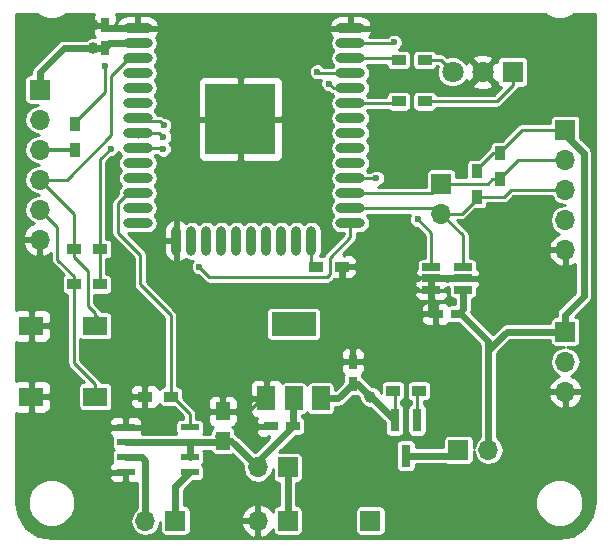
<source format=gtl>
G04 #@! TF.FileFunction,Copper,L1,Top,Signal*
%FSLAX46Y46*%
G04 Gerber Fmt 4.6, Leading zero omitted, Abs format (unit mm)*
G04 Created by KiCad (PCBNEW 4.0.7) date 2017 November 25, Saturday 16:53:06*
%MOMM*%
%LPD*%
G01*
G04 APERTURE LIST*
%ADD10C,0.100000*%
%ADD11O,2.500000X0.900000*%
%ADD12O,0.900000X2.500000*%
%ADD13R,6.000000X6.000000*%
%ADD14R,0.750000X1.200000*%
%ADD15R,1.200000X0.750000*%
%ADD16R,1.200000X0.900000*%
%ADD17R,0.900000X1.200000*%
%ADD18R,2.000000X1.600000*%
%ADD19R,1.560000X0.650000*%
%ADD20R,3.800000X2.000000*%
%ADD21R,1.500000X2.000000*%
%ADD22R,1.250000X1.500000*%
%ADD23R,1.800000X1.800000*%
%ADD24C,1.800000*%
%ADD25R,1.550000X0.600000*%
%ADD26R,0.800000X1.900000*%
%ADD27R,1.700000X1.700000*%
%ADD28O,1.700000X1.700000*%
%ADD29C,1.000000*%
%ADD30C,0.600000*%
%ADD31C,0.250000*%
%ADD32C,0.600000*%
%ADD33C,0.300000*%
G04 APERTURE END LIST*
D10*
D11*
X58800000Y-36300000D03*
X58800000Y-37570000D03*
X58800000Y-38840000D03*
X58800000Y-40110000D03*
X58800000Y-41380000D03*
X58800000Y-42650000D03*
X58800000Y-43920000D03*
X58800000Y-45190000D03*
X58800000Y-46460000D03*
X58800000Y-47730000D03*
X58800000Y-49000000D03*
X58800000Y-50270000D03*
X58800000Y-51540000D03*
X58800000Y-52810000D03*
D12*
X55515000Y-54300000D03*
X54245000Y-54300000D03*
X52975000Y-54300000D03*
X51705000Y-54300000D03*
X50435000Y-54300000D03*
X49165000Y-54300000D03*
X47895000Y-54300000D03*
X46625000Y-54300000D03*
X45355000Y-54300000D03*
X44085000Y-54300000D03*
D11*
X40800000Y-52810000D03*
X40800000Y-51540000D03*
X40800000Y-50270000D03*
X40800000Y-49000000D03*
X40800000Y-47730000D03*
X40800000Y-46460000D03*
X40800000Y-45190000D03*
X40800000Y-43920000D03*
X40800000Y-42650000D03*
X40800000Y-41380000D03*
X40800000Y-40110000D03*
X40800000Y-38840000D03*
X40800000Y-37570000D03*
X40800000Y-36300000D03*
D13*
X49500000Y-44000000D03*
D14*
X38000000Y-37950000D03*
X38000000Y-36050000D03*
D15*
X53950000Y-70000000D03*
X52050000Y-70000000D03*
D14*
X59000000Y-66450000D03*
X59000000Y-64550000D03*
D15*
X67950000Y-60500000D03*
X66050000Y-60500000D03*
D16*
X65100000Y-42500000D03*
X62900000Y-42500000D03*
X62400000Y-67000000D03*
X64600000Y-67000000D03*
X37600000Y-58000000D03*
X35400000Y-58000000D03*
X37600000Y-55000000D03*
X35400000Y-55000000D03*
D17*
X69500000Y-48400000D03*
X69500000Y-50600000D03*
X71500000Y-46900000D03*
X71500000Y-49100000D03*
D18*
X37200000Y-67500000D03*
X31800000Y-67500000D03*
X37200000Y-61500000D03*
X31800000Y-61500000D03*
D19*
X65650000Y-56550000D03*
X65650000Y-57500000D03*
X65650000Y-58450000D03*
X68350000Y-58450000D03*
X68350000Y-56550000D03*
X68350000Y-57500000D03*
D16*
X58100000Y-56500000D03*
X55900000Y-56500000D03*
D17*
X35500000Y-44400000D03*
X35500000Y-46600000D03*
D20*
X54000000Y-61350000D03*
D21*
X54000000Y-67650000D03*
X56300000Y-67650000D03*
X51700000Y-67650000D03*
D22*
X48000000Y-71250000D03*
X48000000Y-68750000D03*
D16*
X43600000Y-67500000D03*
X41400000Y-67500000D03*
D23*
X72540000Y-40000000D03*
D24*
X70000000Y-40000000D03*
X67460000Y-40000000D03*
D16*
X65100000Y-39000000D03*
X62900000Y-39000000D03*
D25*
X45200000Y-73905000D03*
X45200000Y-72635000D03*
X45200000Y-71365000D03*
X45200000Y-70095000D03*
X39800000Y-70095000D03*
X39800000Y-71365000D03*
X39800000Y-72635000D03*
X39800000Y-73905000D03*
D26*
X64450000Y-69500000D03*
X62550000Y-69500000D03*
X63500000Y-72500000D03*
D27*
X53500000Y-78000000D03*
D28*
X50960000Y-78000000D03*
D27*
X77000000Y-62000000D03*
D28*
X77000000Y-64540000D03*
X77000000Y-67080000D03*
D27*
X77000000Y-44920000D03*
D28*
X77000000Y-47460000D03*
X77000000Y-50000000D03*
X77000000Y-52540000D03*
X77000000Y-55080000D03*
D27*
X66500000Y-49460000D03*
D28*
X66500000Y-52000000D03*
D27*
X53500000Y-73500000D03*
D28*
X50960000Y-73500000D03*
D27*
X67960000Y-72000000D03*
D28*
X70500000Y-72000000D03*
D27*
X44000000Y-78000000D03*
D28*
X41460000Y-78000000D03*
D27*
X60500000Y-78000000D03*
X32500000Y-41500000D03*
D28*
X32500000Y-44040000D03*
X32500000Y-46580000D03*
X32500000Y-49120000D03*
X32500000Y-51660000D03*
X32500000Y-54200000D03*
D29*
X39000000Y-57000000D03*
X56000000Y-44000000D03*
X67000000Y-45000000D03*
X63000000Y-49109999D03*
X63000000Y-53000000D03*
X69000000Y-67000000D03*
X71000000Y-61000000D03*
X68000000Y-76000000D03*
X70000000Y-78000000D03*
X72000000Y-67000000D03*
X37000000Y-36000000D03*
X71000000Y-36000000D03*
X66000000Y-36000000D03*
X61000000Y-36000000D03*
X44000000Y-50500000D03*
X31500000Y-64500000D03*
X44000000Y-57000000D03*
X32000000Y-37500000D03*
X52000000Y-36000000D03*
X48000000Y-36000000D03*
X44000000Y-36000000D03*
X56000000Y-36000000D03*
X40000000Y-68500000D03*
X38000000Y-74000000D03*
X50000000Y-69000000D03*
X49500000Y-46000000D03*
X51500000Y-44000000D03*
X47500000Y-44000000D03*
X49500000Y-42000000D03*
X49500000Y-44000000D03*
X51500000Y-46000000D03*
X47500000Y-46000000D03*
X47500000Y-42000000D03*
X51500000Y-42000000D03*
D30*
X38500000Y-46500000D03*
D29*
X60500000Y-67500000D03*
X37000000Y-38000000D03*
D30*
X57000000Y-41000000D03*
X46000000Y-56500000D03*
X64500000Y-52500000D03*
X42974694Y-45525306D03*
X42987347Y-44512653D03*
X42962041Y-46537959D03*
X38000000Y-39500000D03*
X56000000Y-40000000D03*
X62500000Y-37500000D03*
X61000000Y-49000000D03*
D31*
X63000000Y-49109999D02*
X67000000Y-45109999D01*
X67000000Y-45109999D02*
X67000000Y-45000000D01*
X65650000Y-57500000D02*
X64620000Y-57500000D01*
X64620000Y-57500000D02*
X63000000Y-55880000D01*
X63000000Y-55880000D02*
X63000000Y-53000000D01*
X70000000Y-78000000D02*
X68000000Y-76000000D01*
X77000000Y-67080000D02*
X77000000Y-71000000D01*
X77000000Y-71000000D02*
X70000000Y-78000000D01*
X77000000Y-67080000D02*
X72080000Y-67080000D01*
X72080000Y-67080000D02*
X72000000Y-67000000D01*
X38000000Y-36050000D02*
X37050000Y-36050000D01*
X37050000Y-36050000D02*
X37000000Y-36000000D01*
X66000000Y-36000000D02*
X71000000Y-36000000D01*
X61000000Y-36000000D02*
X66000000Y-36000000D01*
X58800000Y-36300000D02*
X60700000Y-36300000D01*
X60700000Y-36300000D02*
X61000000Y-36000000D01*
X44085000Y-54300000D02*
X44085000Y-50585000D01*
X44085000Y-50585000D02*
X44000000Y-50500000D01*
X58800000Y-36300000D02*
X66300000Y-36300000D01*
X66300000Y-36300000D02*
X70000000Y-40000000D01*
D32*
X65650000Y-57500000D02*
X68350000Y-57500000D01*
X65650000Y-58450000D02*
X65650000Y-57500000D01*
X65650000Y-58450000D02*
X65650000Y-60100000D01*
X65650000Y-60100000D02*
X66050000Y-60500000D01*
D31*
X31800000Y-61500000D02*
X31800000Y-64200000D01*
X31800000Y-64200000D02*
X31500000Y-64500000D01*
X44085000Y-54300000D02*
X44085000Y-56915000D01*
X44085000Y-56915000D02*
X44000000Y-57000000D01*
X38000000Y-36050000D02*
X33450000Y-36050000D01*
X33450000Y-36050000D02*
X32000000Y-37500000D01*
X58800000Y-36300000D02*
X56300000Y-36300000D01*
X56300000Y-36300000D02*
X56000000Y-36000000D01*
X40800000Y-36300000D02*
X43700000Y-36300000D01*
X43700000Y-36300000D02*
X44000000Y-36000000D01*
X39800000Y-70095000D02*
X39800000Y-68700000D01*
X39800000Y-68700000D02*
X40000000Y-68500000D01*
X39800000Y-73905000D02*
X38095000Y-73905000D01*
X38095000Y-73905000D02*
X38000000Y-74000000D01*
X51700000Y-67650000D02*
X51350000Y-67650000D01*
X51350000Y-67650000D02*
X50000000Y-69000000D01*
X58100000Y-56500000D02*
X58250000Y-56500000D01*
D32*
X40800000Y-36300000D02*
X38250000Y-36300000D01*
X38250000Y-36300000D02*
X38000000Y-36050000D01*
D31*
X62550000Y-69500000D02*
X62550000Y-67150000D01*
X62550000Y-67150000D02*
X62400000Y-67000000D01*
D32*
X60500000Y-67500000D02*
X60550000Y-67500000D01*
X60550000Y-67500000D02*
X62550000Y-69500000D01*
X37000000Y-38000000D02*
X34550000Y-38000000D01*
X34550000Y-38000000D02*
X32500000Y-40050000D01*
X32500000Y-40050000D02*
X32500000Y-41500000D01*
D31*
X37600000Y-58000000D02*
X37600000Y-55000000D01*
X37600000Y-55000000D02*
X37600000Y-47400000D01*
X37600000Y-47400000D02*
X38500000Y-46500000D01*
D32*
X60500000Y-67500000D02*
X60500000Y-67600000D01*
X59000000Y-66450000D02*
X59450000Y-66450000D01*
X59450000Y-66450000D02*
X60500000Y-67500000D01*
X56300000Y-67650000D02*
X57800000Y-67650000D01*
X57800000Y-67650000D02*
X59000000Y-66450000D01*
X38000000Y-37950000D02*
X37050000Y-37950000D01*
X37050000Y-37950000D02*
X37000000Y-38000000D01*
X38000000Y-37950000D02*
X38380000Y-37570000D01*
X38380000Y-37570000D02*
X40800000Y-37570000D01*
X78550000Y-59000000D02*
X77000000Y-60550000D01*
X77000000Y-44920000D02*
X77000000Y-45313998D01*
X77000000Y-45313998D02*
X78550000Y-46863998D01*
X78550000Y-46863998D02*
X78550000Y-59000000D01*
X77000000Y-60550000D02*
X77000000Y-62000000D01*
X67950000Y-60500000D02*
X68175000Y-60500000D01*
X68175000Y-60500000D02*
X70500000Y-62825000D01*
X70500000Y-62825000D02*
X70500000Y-63540000D01*
X68350000Y-58450000D02*
X68350000Y-60100000D01*
X68350000Y-60100000D02*
X67950000Y-60500000D01*
D31*
X77000000Y-44920000D02*
X73330000Y-44920000D01*
X73330000Y-44920000D02*
X71500000Y-46750000D01*
X71500000Y-46750000D02*
X71500000Y-46900000D01*
X69500000Y-48400000D02*
X69500000Y-48250000D01*
X69500000Y-48250000D02*
X70850000Y-46900000D01*
X70850000Y-46900000D02*
X71500000Y-46900000D01*
D32*
X70500000Y-63540000D02*
X72040000Y-62000000D01*
X72040000Y-62000000D02*
X77000000Y-62000000D01*
X70500000Y-72000000D02*
X70500000Y-63540000D01*
D31*
X65100000Y-42500000D02*
X71190000Y-42500000D01*
X71190000Y-42500000D02*
X72540000Y-41150000D01*
X72540000Y-41150000D02*
X72540000Y-40000000D01*
X58800000Y-41380000D02*
X57380000Y-41380000D01*
X57380000Y-41380000D02*
X57000000Y-41000000D01*
D33*
X32500000Y-46580000D02*
X35480000Y-46580000D01*
X35480000Y-46580000D02*
X35500000Y-46600000D01*
D31*
X35400000Y-55000000D02*
X35400000Y-55700000D01*
X37200000Y-60450000D02*
X37200000Y-61500000D01*
X36574999Y-59824999D02*
X37200000Y-60450000D01*
X36574999Y-56874999D02*
X36574999Y-59824999D01*
X35400000Y-55700000D02*
X36574999Y-56874999D01*
X37200000Y-60550000D02*
X37650000Y-61000000D01*
X35400000Y-55000000D02*
X35400000Y-52020000D01*
X35400000Y-52020000D02*
X32500000Y-49120000D01*
X40800000Y-38840000D02*
X40032549Y-38840000D01*
X40032549Y-38840000D02*
X38550010Y-40322539D01*
X34795002Y-49120000D02*
X33702081Y-49120000D01*
X38550010Y-40322539D02*
X38550010Y-45364992D01*
X38550010Y-45364992D02*
X34795002Y-49120000D01*
X33702081Y-49120000D02*
X32500000Y-49120000D01*
X37200000Y-67500000D02*
X37200000Y-66450000D01*
X35400000Y-58700000D02*
X35400000Y-58000000D01*
X35400000Y-64650000D02*
X35400000Y-58700000D01*
X37200000Y-66450000D02*
X35400000Y-64650000D01*
X46000000Y-56500000D02*
X46875001Y-57375001D01*
X46875001Y-57375001D02*
X56840001Y-57375001D01*
X56840001Y-57375001D02*
X57074999Y-57140003D01*
X57074999Y-57140003D02*
X57074999Y-55725001D01*
X57074999Y-55725001D02*
X58800000Y-54000000D01*
X58800000Y-54000000D02*
X58800000Y-52810000D01*
X34000000Y-53160000D02*
X34000000Y-55900000D01*
X34000000Y-55900000D02*
X35400000Y-57300000D01*
X35400000Y-57300000D02*
X35400000Y-58000000D01*
X32500000Y-51660000D02*
X34000000Y-53160000D01*
X65650000Y-56550000D02*
X65650000Y-53650000D01*
X65650000Y-53650000D02*
X64500000Y-52500000D01*
X58800000Y-50270000D02*
X65690000Y-50270000D01*
X65690000Y-50270000D02*
X66500000Y-49460000D01*
X71500000Y-49100000D02*
X70800000Y-49100000D01*
X70800000Y-49100000D02*
X70440000Y-49460000D01*
X70440000Y-49460000D02*
X67600000Y-49460000D01*
X67600000Y-49460000D02*
X66500000Y-49460000D01*
X77000000Y-47460000D02*
X72990000Y-47460000D01*
X71500000Y-48950000D02*
X71500000Y-49100000D01*
X72990000Y-47460000D02*
X71500000Y-48950000D01*
X68350000Y-56550000D02*
X68350000Y-53850000D01*
X68350000Y-53850000D02*
X66500000Y-52000000D01*
X69500000Y-50600000D02*
X69500000Y-50750000D01*
X69500000Y-50750000D02*
X68250000Y-52000000D01*
X67702081Y-52000000D02*
X66500000Y-52000000D01*
X68250000Y-52000000D02*
X67702081Y-52000000D01*
X58800000Y-51540000D02*
X66040000Y-51540000D01*
X66040000Y-51540000D02*
X66500000Y-52000000D01*
X77000000Y-50000000D02*
X72375001Y-50000000D01*
X72375001Y-50000000D02*
X71775001Y-50600000D01*
X71775001Y-50600000D02*
X70200000Y-50600000D01*
X70200000Y-50600000D02*
X69500000Y-50600000D01*
X58940000Y-51400000D02*
X58800000Y-51540000D01*
D32*
X63500000Y-72500000D02*
X67460000Y-72500000D01*
X67460000Y-72500000D02*
X67960000Y-72000000D01*
X39800000Y-72635000D02*
X41175000Y-72635000D01*
X41175000Y-72635000D02*
X41460000Y-72920000D01*
X41460000Y-72920000D02*
X41460000Y-76797919D01*
X41460000Y-76797919D02*
X41460000Y-78000000D01*
D31*
X64450000Y-69500000D02*
X64450000Y-67150000D01*
X64450000Y-67150000D02*
X64600000Y-67000000D01*
X40800000Y-45190000D02*
X42639388Y-45190000D01*
X42639388Y-45190000D02*
X42974694Y-45525306D01*
X40840000Y-45500000D02*
X40800000Y-45460000D01*
X42664694Y-44190000D02*
X42987347Y-44512653D01*
X40800000Y-44190000D02*
X42664694Y-44190000D01*
X40800000Y-46460000D02*
X42884082Y-46460000D01*
X42884082Y-46460000D02*
X42962041Y-46537959D01*
X41000000Y-58000000D02*
X43600000Y-60600000D01*
X39124990Y-53624990D02*
X41000000Y-55500000D01*
X41000000Y-55500000D02*
X41000000Y-58000000D01*
X40800000Y-50270000D02*
X40000000Y-50270000D01*
X40000000Y-50270000D02*
X39124990Y-51145010D01*
X39124990Y-51145010D02*
X39124990Y-53624990D01*
X43600000Y-64500000D02*
X43600000Y-67500000D01*
X43600000Y-60600000D02*
X43600000Y-64500000D01*
X45200000Y-70095000D02*
X45200000Y-68950000D01*
X45200000Y-68950000D02*
X43750000Y-67500000D01*
X43750000Y-67500000D02*
X43600000Y-67500000D01*
X55515000Y-54300000D02*
X55515000Y-56115000D01*
X55515000Y-56115000D02*
X55900000Y-56500000D01*
X58800000Y-40110000D02*
X56110000Y-40110000D01*
X56110000Y-40110000D02*
X56000000Y-40000000D01*
X38000000Y-41750000D02*
X38000000Y-39500000D01*
X35500000Y-44250000D02*
X38000000Y-41750000D01*
X35500000Y-44400000D02*
X35500000Y-44250000D01*
X58800000Y-37570000D02*
X62430000Y-37570000D01*
X62430000Y-37570000D02*
X62500000Y-37500000D01*
D32*
X44000000Y-78000000D02*
X44000000Y-75105000D01*
X44000000Y-75105000D02*
X45200000Y-73905000D01*
X53950000Y-70000000D02*
X53950000Y-67700000D01*
X53950000Y-67700000D02*
X54000000Y-67650000D01*
X45200000Y-71365000D02*
X47885000Y-71365000D01*
X47885000Y-71365000D02*
X48000000Y-71250000D01*
X39800000Y-71365000D02*
X45200000Y-71365000D01*
X45200000Y-72635000D02*
X45200000Y-71365000D01*
X53950000Y-70000000D02*
X50960000Y-72990000D01*
X50960000Y-72990000D02*
X50960000Y-73500000D01*
X48000000Y-71250000D02*
X48710000Y-71250000D01*
X48710000Y-71250000D02*
X50960000Y-73500000D01*
X47615000Y-70865000D02*
X48000000Y-71250000D01*
D31*
X65100000Y-39000000D02*
X66460000Y-39000000D01*
X66460000Y-39000000D02*
X67460000Y-40000000D01*
X58800000Y-42650000D02*
X62750000Y-42650000D01*
X62750000Y-42650000D02*
X62900000Y-42500000D01*
X58800000Y-38840000D02*
X62740000Y-38840000D01*
X62740000Y-38840000D02*
X62900000Y-39000000D01*
D32*
X53500000Y-73500000D02*
X53500000Y-78000000D01*
D31*
X61000000Y-49000000D02*
X58800000Y-49000000D01*
G36*
X32351432Y-35215710D02*
X33095435Y-35524648D01*
X33901030Y-35525351D01*
X34645572Y-35217712D01*
X34738446Y-35125000D01*
X37074465Y-35125000D01*
X36992000Y-35324089D01*
X36992000Y-35762750D01*
X37150250Y-35921000D01*
X37871000Y-35921000D01*
X37871000Y-35901000D01*
X38129000Y-35901000D01*
X38129000Y-35921000D01*
X38149000Y-35921000D01*
X38149000Y-36179000D01*
X38129000Y-36179000D01*
X38129000Y-36199000D01*
X37871000Y-36199000D01*
X37871000Y-36179000D01*
X37150250Y-36179000D01*
X36992000Y-36337250D01*
X36992000Y-36775911D01*
X37088368Y-37008565D01*
X37154938Y-37075135D01*
X36816813Y-37074840D01*
X36476714Y-37215366D01*
X36416976Y-37275000D01*
X34550000Y-37275000D01*
X34272554Y-37330187D01*
X34037348Y-37487347D01*
X31987348Y-39537348D01*
X31830187Y-39772554D01*
X31830187Y-39772555D01*
X31775000Y-40050000D01*
X31775000Y-40216674D01*
X31650000Y-40216674D01*
X31492504Y-40246309D01*
X31347854Y-40339389D01*
X31250814Y-40481412D01*
X31216674Y-40650000D01*
X31216674Y-42350000D01*
X31246309Y-42507496D01*
X31339389Y-42652146D01*
X31481412Y-42749186D01*
X31650000Y-42783326D01*
X32382890Y-42783326D01*
X31987100Y-42862054D01*
X31573460Y-43138439D01*
X31297075Y-43552079D01*
X31200021Y-44040000D01*
X31297075Y-44527921D01*
X31573460Y-44941561D01*
X31987100Y-45217946D01*
X32449884Y-45310000D01*
X31987100Y-45402054D01*
X31573460Y-45678439D01*
X31297075Y-46092079D01*
X31200021Y-46580000D01*
X31297075Y-47067921D01*
X31573460Y-47481561D01*
X31987100Y-47757946D01*
X32449884Y-47850000D01*
X31987100Y-47942054D01*
X31573460Y-48218439D01*
X31297075Y-48632079D01*
X31200021Y-49120000D01*
X31297075Y-49607921D01*
X31573460Y-50021561D01*
X31987100Y-50297946D01*
X32449884Y-50390000D01*
X31987100Y-50482054D01*
X31573460Y-50758439D01*
X31297075Y-51172079D01*
X31200021Y-51660000D01*
X31297075Y-52147921D01*
X31573460Y-52561561D01*
X31983423Y-52835489D01*
X31618076Y-53007721D01*
X31228943Y-53435976D01*
X31060990Y-53841475D01*
X31181546Y-54071000D01*
X32371000Y-54071000D01*
X32371000Y-54051000D01*
X32629000Y-54051000D01*
X32629000Y-54071000D01*
X32649000Y-54071000D01*
X32649000Y-54329000D01*
X32629000Y-54329000D01*
X32629000Y-55519139D01*
X32858526Y-55639020D01*
X33381924Y-55392279D01*
X33450000Y-55317359D01*
X33450000Y-55900000D01*
X33491866Y-56110476D01*
X33611091Y-56288909D01*
X34536623Y-57214441D01*
X34497854Y-57239389D01*
X34400814Y-57381412D01*
X34366674Y-57550000D01*
X34366674Y-58450000D01*
X34396309Y-58607496D01*
X34489389Y-58752146D01*
X34631412Y-58849186D01*
X34800000Y-58883326D01*
X34850000Y-58883326D01*
X34850000Y-64650000D01*
X34891866Y-64860476D01*
X35011091Y-65038909D01*
X36238857Y-66266674D01*
X36200000Y-66266674D01*
X36042504Y-66296309D01*
X35897854Y-66389389D01*
X35800814Y-66531412D01*
X35766674Y-66700000D01*
X35766674Y-68300000D01*
X35796309Y-68457496D01*
X35889389Y-68602146D01*
X36031412Y-68699186D01*
X36200000Y-68733326D01*
X38200000Y-68733326D01*
X38357496Y-68703691D01*
X38502146Y-68610611D01*
X38599186Y-68468588D01*
X38633326Y-68300000D01*
X38633326Y-67787250D01*
X40167000Y-67787250D01*
X40167000Y-68075912D01*
X40263369Y-68308566D01*
X40441435Y-68486632D01*
X40674089Y-68583000D01*
X41112750Y-68583000D01*
X41271000Y-68424750D01*
X41271000Y-67629000D01*
X40325250Y-67629000D01*
X40167000Y-67787250D01*
X38633326Y-67787250D01*
X38633326Y-66924088D01*
X40167000Y-66924088D01*
X40167000Y-67212750D01*
X40325250Y-67371000D01*
X41271000Y-67371000D01*
X41271000Y-66575250D01*
X41112750Y-66417000D01*
X40674089Y-66417000D01*
X40441435Y-66513368D01*
X40263369Y-66691434D01*
X40167000Y-66924088D01*
X38633326Y-66924088D01*
X38633326Y-66700000D01*
X38603691Y-66542504D01*
X38510611Y-66397854D01*
X38368588Y-66300814D01*
X38200000Y-66266674D01*
X37713534Y-66266674D01*
X37708134Y-66239524D01*
X37588909Y-66061091D01*
X37588906Y-66061089D01*
X35950000Y-64422182D01*
X35950000Y-62643560D01*
X36031412Y-62699186D01*
X36200000Y-62733326D01*
X38200000Y-62733326D01*
X38357496Y-62703691D01*
X38502146Y-62610611D01*
X38599186Y-62468588D01*
X38633326Y-62300000D01*
X38633326Y-60700000D01*
X38603691Y-60542504D01*
X38510611Y-60397854D01*
X38368588Y-60300814D01*
X38200000Y-60266674D01*
X37713534Y-60266674D01*
X37708134Y-60239524D01*
X37588909Y-60061091D01*
X37124999Y-59597181D01*
X37124999Y-58883326D01*
X38200000Y-58883326D01*
X38357496Y-58853691D01*
X38502146Y-58760611D01*
X38599186Y-58618588D01*
X38633326Y-58450000D01*
X38633326Y-57550000D01*
X38603691Y-57392504D01*
X38510611Y-57247854D01*
X38368588Y-57150814D01*
X38200000Y-57116674D01*
X38150000Y-57116674D01*
X38150000Y-55883326D01*
X38200000Y-55883326D01*
X38357496Y-55853691D01*
X38502146Y-55760611D01*
X38599186Y-55618588D01*
X38633326Y-55450000D01*
X38633326Y-54550000D01*
X38603691Y-54392504D01*
X38510611Y-54247854D01*
X38368588Y-54150814D01*
X38200000Y-54116674D01*
X38150000Y-54116674D01*
X38150000Y-47627818D01*
X38552771Y-47225047D01*
X38643579Y-47225126D01*
X38910143Y-47114984D01*
X39114267Y-46911216D01*
X39161132Y-46798353D01*
X39348467Y-47078718D01*
X39372835Y-47095000D01*
X39348467Y-47111282D01*
X39158790Y-47395152D01*
X39092185Y-47730000D01*
X39158790Y-48064848D01*
X39348467Y-48348718D01*
X39372835Y-48365000D01*
X39348467Y-48381282D01*
X39158790Y-48665152D01*
X39092185Y-49000000D01*
X39158790Y-49334848D01*
X39348467Y-49618718D01*
X39372835Y-49635000D01*
X39348467Y-49651282D01*
X39158790Y-49935152D01*
X39092185Y-50270000D01*
X39113753Y-50378429D01*
X38736081Y-50756101D01*
X38616856Y-50934534D01*
X38574990Y-51145010D01*
X38574990Y-53624990D01*
X38616856Y-53835466D01*
X38736081Y-54013899D01*
X40450000Y-55727817D01*
X40450000Y-58000000D01*
X40491866Y-58210476D01*
X40611091Y-58388909D01*
X43050000Y-60827818D01*
X43050000Y-66616674D01*
X43000000Y-66616674D01*
X42842504Y-66646309D01*
X42697854Y-66739389D01*
X42609847Y-66868192D01*
X42536631Y-66691434D01*
X42358565Y-66513368D01*
X42125911Y-66417000D01*
X41687250Y-66417000D01*
X41529000Y-66575250D01*
X41529000Y-67371000D01*
X41549000Y-67371000D01*
X41549000Y-67629000D01*
X41529000Y-67629000D01*
X41529000Y-68424750D01*
X41687250Y-68583000D01*
X42125911Y-68583000D01*
X42358565Y-68486632D01*
X42536631Y-68308566D01*
X42610672Y-68129817D01*
X42689389Y-68252146D01*
X42831412Y-68349186D01*
X43000000Y-68383326D01*
X43855508Y-68383326D01*
X44650000Y-69177817D01*
X44650000Y-69361674D01*
X44425000Y-69361674D01*
X44267504Y-69391309D01*
X44122854Y-69484389D01*
X44025814Y-69626412D01*
X43991674Y-69795000D01*
X43991674Y-70395000D01*
X44021309Y-70552496D01*
X44077616Y-70640000D01*
X41158672Y-70640000D01*
X41208000Y-70520912D01*
X41208000Y-70382250D01*
X41049750Y-70224000D01*
X39929000Y-70224000D01*
X39929000Y-70244000D01*
X39671000Y-70244000D01*
X39671000Y-70224000D01*
X38550250Y-70224000D01*
X38392000Y-70382250D01*
X38392000Y-70520912D01*
X38488369Y-70753566D01*
X38628006Y-70893203D01*
X38625814Y-70896412D01*
X38591674Y-71065000D01*
X38591674Y-71665000D01*
X38621309Y-71822496D01*
X38714389Y-71967146D01*
X38761640Y-71999431D01*
X38722854Y-72024389D01*
X38625814Y-72166412D01*
X38591674Y-72335000D01*
X38591674Y-72935000D01*
X38621309Y-73092496D01*
X38629530Y-73105273D01*
X38488369Y-73246434D01*
X38392000Y-73479088D01*
X38392000Y-73617750D01*
X38550250Y-73776000D01*
X39671000Y-73776000D01*
X39671000Y-73756000D01*
X39929000Y-73756000D01*
X39929000Y-73776000D01*
X39949000Y-73776000D01*
X39949000Y-74034000D01*
X39929000Y-74034000D01*
X39929000Y-74679750D01*
X40087250Y-74838000D01*
X40700911Y-74838000D01*
X40735000Y-74823880D01*
X40735000Y-76955486D01*
X40558439Y-77073460D01*
X40282054Y-77487100D01*
X40185000Y-77975021D01*
X40185000Y-78024979D01*
X40282054Y-78512900D01*
X40558439Y-78926540D01*
X40972079Y-79202925D01*
X41460000Y-79299979D01*
X41947921Y-79202925D01*
X42361561Y-78926540D01*
X42637946Y-78512900D01*
X42716674Y-78117110D01*
X42716674Y-78850000D01*
X42746309Y-79007496D01*
X42839389Y-79152146D01*
X42981412Y-79249186D01*
X43150000Y-79283326D01*
X44850000Y-79283326D01*
X45007496Y-79253691D01*
X45152146Y-79160611D01*
X45249186Y-79018588D01*
X45283326Y-78850000D01*
X45283326Y-78358526D01*
X49520980Y-78358526D01*
X49767721Y-78881924D01*
X50195976Y-79271057D01*
X50601475Y-79439010D01*
X50831000Y-79318454D01*
X50831000Y-78129000D01*
X49640861Y-78129000D01*
X49520980Y-78358526D01*
X45283326Y-78358526D01*
X45283326Y-77641474D01*
X49520980Y-77641474D01*
X49640861Y-77871000D01*
X50831000Y-77871000D01*
X50831000Y-76681546D01*
X50601475Y-76560990D01*
X50195976Y-76728943D01*
X49767721Y-77118076D01*
X49520980Y-77641474D01*
X45283326Y-77641474D01*
X45283326Y-77150000D01*
X45253691Y-76992504D01*
X45160611Y-76847854D01*
X45018588Y-76750814D01*
X44850000Y-76716674D01*
X44725000Y-76716674D01*
X44725000Y-75405304D01*
X45491979Y-74638326D01*
X45975000Y-74638326D01*
X46132496Y-74608691D01*
X46277146Y-74515611D01*
X46374186Y-74373588D01*
X46408326Y-74205000D01*
X46408326Y-73605000D01*
X46378691Y-73447504D01*
X46285611Y-73302854D01*
X46238360Y-73270569D01*
X46277146Y-73245611D01*
X46374186Y-73103588D01*
X46408326Y-72935000D01*
X46408326Y-72335000D01*
X46378691Y-72177504D01*
X46322384Y-72090000D01*
X46958609Y-72090000D01*
X46971309Y-72157496D01*
X47064389Y-72302146D01*
X47206412Y-72399186D01*
X47375000Y-72433326D01*
X48625000Y-72433326D01*
X48782496Y-72403691D01*
X48816503Y-72381808D01*
X49722283Y-73287588D01*
X49685000Y-73475021D01*
X49685000Y-73524979D01*
X49782054Y-74012900D01*
X50058439Y-74426540D01*
X50472079Y-74702925D01*
X50960000Y-74799979D01*
X51447921Y-74702925D01*
X51861561Y-74426540D01*
X52137946Y-74012900D01*
X52216674Y-73617110D01*
X52216674Y-74350000D01*
X52246309Y-74507496D01*
X52339389Y-74652146D01*
X52481412Y-74749186D01*
X52650000Y-74783326D01*
X52775000Y-74783326D01*
X52775000Y-76716674D01*
X52650000Y-76716674D01*
X52492504Y-76746309D01*
X52347854Y-76839389D01*
X52250814Y-76981412D01*
X52216674Y-77150000D01*
X52216674Y-77254674D01*
X52152279Y-77118076D01*
X51724024Y-76728943D01*
X51318525Y-76560990D01*
X51089000Y-76681546D01*
X51089000Y-77871000D01*
X51109000Y-77871000D01*
X51109000Y-78129000D01*
X51089000Y-78129000D01*
X51089000Y-79318454D01*
X51318525Y-79439010D01*
X51724024Y-79271057D01*
X52152279Y-78881924D01*
X52216674Y-78745326D01*
X52216674Y-78850000D01*
X52246309Y-79007496D01*
X52339389Y-79152146D01*
X52481412Y-79249186D01*
X52650000Y-79283326D01*
X54350000Y-79283326D01*
X54507496Y-79253691D01*
X54652146Y-79160611D01*
X54749186Y-79018588D01*
X54783326Y-78850000D01*
X54783326Y-77150000D01*
X59216674Y-77150000D01*
X59216674Y-78850000D01*
X59246309Y-79007496D01*
X59339389Y-79152146D01*
X59481412Y-79249186D01*
X59650000Y-79283326D01*
X61350000Y-79283326D01*
X61507496Y-79253691D01*
X61652146Y-79160611D01*
X61749186Y-79018588D01*
X61783326Y-78850000D01*
X61783326Y-77150000D01*
X61753691Y-76992504D01*
X61694829Y-76901030D01*
X74474649Y-76901030D01*
X74782288Y-77645572D01*
X75351432Y-78215710D01*
X76095435Y-78524648D01*
X76901030Y-78525351D01*
X77645572Y-78217712D01*
X78215710Y-77648568D01*
X78524648Y-76904565D01*
X78525351Y-76098970D01*
X78217712Y-75354428D01*
X77648568Y-74784290D01*
X76904565Y-74475352D01*
X76098970Y-74474649D01*
X75354428Y-74782288D01*
X74784290Y-75351432D01*
X74475352Y-76095435D01*
X74474649Y-76901030D01*
X61694829Y-76901030D01*
X61660611Y-76847854D01*
X61518588Y-76750814D01*
X61350000Y-76716674D01*
X59650000Y-76716674D01*
X59492504Y-76746309D01*
X59347854Y-76839389D01*
X59250814Y-76981412D01*
X59216674Y-77150000D01*
X54783326Y-77150000D01*
X54753691Y-76992504D01*
X54660611Y-76847854D01*
X54518588Y-76750814D01*
X54350000Y-76716674D01*
X54225000Y-76716674D01*
X54225000Y-74783326D01*
X54350000Y-74783326D01*
X54507496Y-74753691D01*
X54652146Y-74660611D01*
X54749186Y-74518588D01*
X54783326Y-74350000D01*
X54783326Y-72650000D01*
X54753691Y-72492504D01*
X54660611Y-72347854D01*
X54518588Y-72250814D01*
X54350000Y-72216674D01*
X52758630Y-72216674D01*
X54166979Y-70808326D01*
X54550000Y-70808326D01*
X54707496Y-70778691D01*
X54852146Y-70685611D01*
X54949186Y-70543588D01*
X54983326Y-70375000D01*
X54983326Y-69625000D01*
X54953691Y-69467504D01*
X54860611Y-69322854D01*
X54718588Y-69225814D01*
X54675000Y-69216987D01*
X54675000Y-69083326D01*
X54750000Y-69083326D01*
X54907496Y-69053691D01*
X55052146Y-68960611D01*
X55149186Y-68818588D01*
X55150206Y-68813552D01*
X55239389Y-68952146D01*
X55381412Y-69049186D01*
X55550000Y-69083326D01*
X57050000Y-69083326D01*
X57207496Y-69053691D01*
X57352146Y-68960611D01*
X57449186Y-68818588D01*
X57483326Y-68650000D01*
X57483326Y-68375000D01*
X57800000Y-68375000D01*
X58031415Y-68328969D01*
X58077446Y-68319813D01*
X58312652Y-68162652D01*
X58991979Y-67483326D01*
X59375000Y-67483326D01*
X59444874Y-67470178D01*
X59574912Y-67600217D01*
X59574840Y-67683187D01*
X59715366Y-68023286D01*
X59975345Y-68283720D01*
X60315199Y-68424839D01*
X60449652Y-68424956D01*
X61716674Y-69691979D01*
X61716674Y-70450000D01*
X61746309Y-70607496D01*
X61839389Y-70752146D01*
X61981412Y-70849186D01*
X62150000Y-70883326D01*
X62950000Y-70883326D01*
X63107496Y-70853691D01*
X63252146Y-70760611D01*
X63349186Y-70618588D01*
X63383326Y-70450000D01*
X63383326Y-68550000D01*
X63353691Y-68392504D01*
X63260611Y-68247854D01*
X63118588Y-68150814D01*
X63100000Y-68147050D01*
X63100000Y-67864510D01*
X63157496Y-67853691D01*
X63302146Y-67760611D01*
X63399186Y-67618588D01*
X63433326Y-67450000D01*
X63433326Y-66550000D01*
X63566674Y-66550000D01*
X63566674Y-67450000D01*
X63596309Y-67607496D01*
X63689389Y-67752146D01*
X63831412Y-67849186D01*
X63900000Y-67863075D01*
X63900000Y-68144899D01*
X63892504Y-68146309D01*
X63747854Y-68239389D01*
X63650814Y-68381412D01*
X63616674Y-68550000D01*
X63616674Y-70450000D01*
X63646309Y-70607496D01*
X63739389Y-70752146D01*
X63881412Y-70849186D01*
X64050000Y-70883326D01*
X64850000Y-70883326D01*
X65007496Y-70853691D01*
X65152146Y-70760611D01*
X65249186Y-70618588D01*
X65283326Y-70450000D01*
X65283326Y-68550000D01*
X65253691Y-68392504D01*
X65160611Y-68247854D01*
X65018588Y-68150814D01*
X65000000Y-68147050D01*
X65000000Y-67883326D01*
X65200000Y-67883326D01*
X65357496Y-67853691D01*
X65502146Y-67760611D01*
X65599186Y-67618588D01*
X65633326Y-67450000D01*
X65633326Y-66550000D01*
X65603691Y-66392504D01*
X65510611Y-66247854D01*
X65368588Y-66150814D01*
X65200000Y-66116674D01*
X64000000Y-66116674D01*
X63842504Y-66146309D01*
X63697854Y-66239389D01*
X63600814Y-66381412D01*
X63566674Y-66550000D01*
X63433326Y-66550000D01*
X63403691Y-66392504D01*
X63310611Y-66247854D01*
X63168588Y-66150814D01*
X63000000Y-66116674D01*
X61800000Y-66116674D01*
X61642504Y-66146309D01*
X61497854Y-66239389D01*
X61400814Y-66381412D01*
X61366674Y-66550000D01*
X61366674Y-67175266D01*
X61284634Y-66976714D01*
X61024655Y-66716280D01*
X60684801Y-66575161D01*
X60600392Y-66575087D01*
X59962652Y-65937348D01*
X59804932Y-65831962D01*
X59778691Y-65692504D01*
X59758723Y-65661474D01*
X59911632Y-65508565D01*
X60008000Y-65275911D01*
X60008000Y-64837250D01*
X59849750Y-64679000D01*
X59129000Y-64679000D01*
X59129000Y-64699000D01*
X58871000Y-64699000D01*
X58871000Y-64679000D01*
X58150250Y-64679000D01*
X57992000Y-64837250D01*
X57992000Y-65275911D01*
X58088368Y-65508565D01*
X58240184Y-65660381D01*
X58225814Y-65681412D01*
X58191674Y-65850000D01*
X58191674Y-66233021D01*
X57499696Y-66925000D01*
X57483326Y-66925000D01*
X57483326Y-66650000D01*
X57453691Y-66492504D01*
X57360611Y-66347854D01*
X57218588Y-66250814D01*
X57050000Y-66216674D01*
X55550000Y-66216674D01*
X55392504Y-66246309D01*
X55247854Y-66339389D01*
X55150814Y-66481412D01*
X55149794Y-66486448D01*
X55060611Y-66347854D01*
X54918588Y-66250814D01*
X54750000Y-66216674D01*
X53250000Y-66216674D01*
X53092504Y-66246309D01*
X52994154Y-66309595D01*
X52986632Y-66291435D01*
X52808566Y-66113369D01*
X52575912Y-66017000D01*
X51987250Y-66017000D01*
X51829000Y-66175250D01*
X51829000Y-67521000D01*
X51849000Y-67521000D01*
X51849000Y-67779000D01*
X51829000Y-67779000D01*
X51829000Y-67799000D01*
X51571000Y-67799000D01*
X51571000Y-67779000D01*
X50475250Y-67779000D01*
X50317000Y-67937250D01*
X50317000Y-68775911D01*
X50413368Y-69008565D01*
X50591434Y-69186631D01*
X50824088Y-69283000D01*
X50906507Y-69283000D01*
X50817000Y-69499088D01*
X50817000Y-69712750D01*
X50975250Y-69871000D01*
X51921000Y-69871000D01*
X51921000Y-69851000D01*
X52179000Y-69851000D01*
X52179000Y-69871000D01*
X52199000Y-69871000D01*
X52199000Y-70129000D01*
X52179000Y-70129000D01*
X52179000Y-70149000D01*
X51921000Y-70149000D01*
X51921000Y-70129000D01*
X50975250Y-70129000D01*
X50817000Y-70287250D01*
X50817000Y-70500912D01*
X50913369Y-70733566D01*
X51091435Y-70911632D01*
X51324089Y-71008000D01*
X51762750Y-71008000D01*
X51920998Y-70849752D01*
X51920998Y-71003697D01*
X50705000Y-72219696D01*
X49222652Y-70737348D01*
X49058326Y-70627548D01*
X49058326Y-70500000D01*
X49028691Y-70342504D01*
X48935611Y-70197854D01*
X48806808Y-70109847D01*
X48983566Y-70036631D01*
X49161632Y-69858565D01*
X49258000Y-69625911D01*
X49258000Y-69037250D01*
X49099750Y-68879000D01*
X48129000Y-68879000D01*
X48129000Y-68899000D01*
X47871000Y-68899000D01*
X47871000Y-68879000D01*
X46900250Y-68879000D01*
X46742000Y-69037250D01*
X46742000Y-69625911D01*
X46838368Y-69858565D01*
X47016434Y-70036631D01*
X47195183Y-70110672D01*
X47072854Y-70189389D01*
X46975814Y-70331412D01*
X46941674Y-70500000D01*
X46941674Y-70605216D01*
X46934755Y-70640000D01*
X46321976Y-70640000D01*
X46374186Y-70563588D01*
X46408326Y-70395000D01*
X46408326Y-69795000D01*
X46378691Y-69637504D01*
X46285611Y-69492854D01*
X46143588Y-69395814D01*
X45975000Y-69361674D01*
X45750000Y-69361674D01*
X45750000Y-68950005D01*
X45750001Y-68950000D01*
X45708134Y-68739524D01*
X45681181Y-68699186D01*
X45588909Y-68561091D01*
X45588906Y-68561089D01*
X44901907Y-67874089D01*
X46742000Y-67874089D01*
X46742000Y-68462750D01*
X46900250Y-68621000D01*
X47871000Y-68621000D01*
X47871000Y-67525250D01*
X48129000Y-67525250D01*
X48129000Y-68621000D01*
X49099750Y-68621000D01*
X49258000Y-68462750D01*
X49258000Y-67874089D01*
X49161632Y-67641435D01*
X48983566Y-67463369D01*
X48750912Y-67367000D01*
X48287250Y-67367000D01*
X48129000Y-67525250D01*
X47871000Y-67525250D01*
X47712750Y-67367000D01*
X47249088Y-67367000D01*
X47016434Y-67463369D01*
X46838368Y-67641435D01*
X46742000Y-67874089D01*
X44901907Y-67874089D01*
X44633326Y-67605508D01*
X44633326Y-67050000D01*
X44603691Y-66892504D01*
X44510611Y-66747854D01*
X44368588Y-66650814D01*
X44200000Y-66616674D01*
X44150000Y-66616674D01*
X44150000Y-66524089D01*
X50317000Y-66524089D01*
X50317000Y-67362750D01*
X50475250Y-67521000D01*
X51571000Y-67521000D01*
X51571000Y-66175250D01*
X51412750Y-66017000D01*
X50824088Y-66017000D01*
X50591434Y-66113369D01*
X50413368Y-66291435D01*
X50317000Y-66524089D01*
X44150000Y-66524089D01*
X44150000Y-63824089D01*
X57992000Y-63824089D01*
X57992000Y-64262750D01*
X58150250Y-64421000D01*
X58871000Y-64421000D01*
X58871000Y-63475250D01*
X59129000Y-63475250D01*
X59129000Y-64421000D01*
X59849750Y-64421000D01*
X60008000Y-64262750D01*
X60008000Y-63824089D01*
X59911632Y-63591435D01*
X59733566Y-63413369D01*
X59500912Y-63317000D01*
X59287250Y-63317000D01*
X59129000Y-63475250D01*
X58871000Y-63475250D01*
X58712750Y-63317000D01*
X58499088Y-63317000D01*
X58266434Y-63413369D01*
X58088368Y-63591435D01*
X57992000Y-63824089D01*
X44150000Y-63824089D01*
X44150000Y-60600000D01*
X44108134Y-60389524D01*
X44081725Y-60350000D01*
X51666674Y-60350000D01*
X51666674Y-62350000D01*
X51696309Y-62507496D01*
X51789389Y-62652146D01*
X51931412Y-62749186D01*
X52100000Y-62783326D01*
X55900000Y-62783326D01*
X56057496Y-62753691D01*
X56202146Y-62660611D01*
X56299186Y-62518588D01*
X56333326Y-62350000D01*
X56333326Y-60787250D01*
X64817000Y-60787250D01*
X64817000Y-61000912D01*
X64913369Y-61233566D01*
X65091435Y-61411632D01*
X65324089Y-61508000D01*
X65762750Y-61508000D01*
X65921000Y-61349750D01*
X65921000Y-60629000D01*
X64975250Y-60629000D01*
X64817000Y-60787250D01*
X56333326Y-60787250D01*
X56333326Y-60350000D01*
X56303691Y-60192504D01*
X56210611Y-60047854D01*
X56139240Y-59999088D01*
X64817000Y-59999088D01*
X64817000Y-60212750D01*
X64975250Y-60371000D01*
X65921000Y-60371000D01*
X65921000Y-59650250D01*
X65762750Y-59492000D01*
X65324089Y-59492000D01*
X65091435Y-59588368D01*
X64913369Y-59766434D01*
X64817000Y-59999088D01*
X56139240Y-59999088D01*
X56068588Y-59950814D01*
X55900000Y-59916674D01*
X52100000Y-59916674D01*
X51942504Y-59946309D01*
X51797854Y-60039389D01*
X51700814Y-60181412D01*
X51666674Y-60350000D01*
X44081725Y-60350000D01*
X43988909Y-60211091D01*
X42515068Y-58737250D01*
X64237000Y-58737250D01*
X64237000Y-58900912D01*
X64333369Y-59133566D01*
X64511435Y-59311632D01*
X64744089Y-59408000D01*
X65362750Y-59408000D01*
X65521000Y-59249750D01*
X65521000Y-58579000D01*
X65779000Y-58579000D01*
X65779000Y-59249750D01*
X65937250Y-59408000D01*
X66555911Y-59408000D01*
X66788565Y-59311632D01*
X66966631Y-59133566D01*
X67063000Y-58900912D01*
X67063000Y-58737250D01*
X66904750Y-58579000D01*
X65779000Y-58579000D01*
X65521000Y-58579000D01*
X64395250Y-58579000D01*
X64237000Y-58737250D01*
X42515068Y-58737250D01*
X41550000Y-57772182D01*
X41550000Y-55500005D01*
X41550001Y-55500000D01*
X41508134Y-55289524D01*
X41455316Y-55210476D01*
X41388909Y-55111091D01*
X41388906Y-55111089D01*
X40706817Y-54429000D01*
X43002000Y-54429000D01*
X43002000Y-55229000D01*
X43133805Y-55633627D01*
X43410421Y-55957014D01*
X43789376Y-56141871D01*
X43956000Y-56015708D01*
X43956000Y-54429000D01*
X43002000Y-54429000D01*
X40706817Y-54429000D01*
X39961733Y-53683916D01*
X39967185Y-53685000D01*
X41632815Y-53685000D01*
X41967663Y-53618395D01*
X42251533Y-53428718D01*
X42290099Y-53371000D01*
X43002000Y-53371000D01*
X43002000Y-54171000D01*
X43956000Y-54171000D01*
X43956000Y-52584292D01*
X44214000Y-52584292D01*
X44214000Y-54171000D01*
X44234000Y-54171000D01*
X44234000Y-54429000D01*
X44214000Y-54429000D01*
X44214000Y-56015708D01*
X44380624Y-56141871D01*
X44759579Y-55957014D01*
X44862947Y-55836168D01*
X45020152Y-55941210D01*
X45355000Y-56007815D01*
X45494675Y-55980032D01*
X45385733Y-56088784D01*
X45275126Y-56355156D01*
X45274874Y-56643579D01*
X45385016Y-56910143D01*
X45588784Y-57114267D01*
X45855156Y-57224874D01*
X45947136Y-57224954D01*
X46486092Y-57763910D01*
X46664525Y-57883135D01*
X46875001Y-57925001D01*
X56840001Y-57925001D01*
X57050477Y-57883135D01*
X57193979Y-57787250D01*
X64237000Y-57787250D01*
X64237000Y-57950912D01*
X64246978Y-57975000D01*
X64237000Y-57999088D01*
X64237000Y-58162750D01*
X64395250Y-58321000D01*
X64470803Y-58321000D01*
X64511435Y-58361632D01*
X64744089Y-58458000D01*
X65362750Y-58458000D01*
X65499750Y-58321000D01*
X65521000Y-58321000D01*
X65521000Y-57629000D01*
X65499750Y-57629000D01*
X65362750Y-57492000D01*
X64744089Y-57492000D01*
X64511435Y-57588368D01*
X64470803Y-57629000D01*
X64395250Y-57629000D01*
X64237000Y-57787250D01*
X57193979Y-57787250D01*
X57228910Y-57763910D01*
X57409819Y-57583000D01*
X57812750Y-57583000D01*
X57971000Y-57424750D01*
X57971000Y-56629000D01*
X58229000Y-56629000D01*
X58229000Y-57424750D01*
X58387250Y-57583000D01*
X58825911Y-57583000D01*
X59058565Y-57486632D01*
X59236631Y-57308566D01*
X59333000Y-57075912D01*
X59333000Y-56787250D01*
X59174750Y-56629000D01*
X58229000Y-56629000D01*
X57971000Y-56629000D01*
X57951000Y-56629000D01*
X57951000Y-56371000D01*
X57971000Y-56371000D01*
X57971000Y-56351000D01*
X58229000Y-56351000D01*
X58229000Y-56371000D01*
X59174750Y-56371000D01*
X59333000Y-56212750D01*
X59333000Y-55924088D01*
X59236631Y-55691434D01*
X59058565Y-55513368D01*
X58825911Y-55417000D01*
X58387250Y-55417000D01*
X58229002Y-55575248D01*
X58229002Y-55417000D01*
X58160818Y-55417000D01*
X59188909Y-54388909D01*
X59308134Y-54210476D01*
X59350001Y-54000000D01*
X59350000Y-53999995D01*
X59350000Y-53685000D01*
X59632815Y-53685000D01*
X59967663Y-53618395D01*
X60251533Y-53428718D01*
X60441210Y-53144848D01*
X60507815Y-52810000D01*
X60441210Y-52475152D01*
X60251533Y-52191282D01*
X60227165Y-52175000D01*
X60251533Y-52158718D01*
X60297449Y-52090000D01*
X63885228Y-52090000D01*
X63775126Y-52355156D01*
X63774874Y-52643579D01*
X63885016Y-52910143D01*
X64088784Y-53114267D01*
X64355156Y-53224874D01*
X64447137Y-53224954D01*
X65100000Y-53877817D01*
X65100000Y-55791674D01*
X64870000Y-55791674D01*
X64712504Y-55821309D01*
X64567854Y-55914389D01*
X64470814Y-56056412D01*
X64436674Y-56225000D01*
X64436674Y-56713129D01*
X64333369Y-56816434D01*
X64237000Y-57049088D01*
X64237000Y-57212750D01*
X64395250Y-57371000D01*
X65521000Y-57371000D01*
X65521000Y-57351000D01*
X65779000Y-57351000D01*
X65779000Y-57371000D01*
X66904750Y-57371000D01*
X67000000Y-57275750D01*
X67095250Y-57371000D01*
X68221000Y-57371000D01*
X68221000Y-57351000D01*
X68479000Y-57351000D01*
X68479000Y-57371000D01*
X69604750Y-57371000D01*
X69763000Y-57212750D01*
X69763000Y-57049088D01*
X69666631Y-56816434D01*
X69563326Y-56713129D01*
X69563326Y-56225000D01*
X69533691Y-56067504D01*
X69440611Y-55922854D01*
X69298588Y-55825814D01*
X69130000Y-55791674D01*
X68900000Y-55791674D01*
X68900000Y-55438525D01*
X75560990Y-55438525D01*
X75728943Y-55844024D01*
X76118076Y-56272279D01*
X76641474Y-56519020D01*
X76871000Y-56399139D01*
X76871000Y-55209000D01*
X75681546Y-55209000D01*
X75560990Y-55438525D01*
X68900000Y-55438525D01*
X68900000Y-53850000D01*
X68858134Y-53639524D01*
X68738909Y-53461091D01*
X67827818Y-52550000D01*
X68250000Y-52550000D01*
X68460476Y-52508134D01*
X68638909Y-52388909D01*
X69394492Y-51633326D01*
X69950000Y-51633326D01*
X70107496Y-51603691D01*
X70252146Y-51510611D01*
X70349186Y-51368588D01*
X70383326Y-51200000D01*
X70383326Y-51150000D01*
X71775001Y-51150000D01*
X71985477Y-51108134D01*
X72163910Y-50988909D01*
X72602819Y-50550000D01*
X75838555Y-50550000D01*
X76073460Y-50901561D01*
X76487100Y-51177946D01*
X76949884Y-51270000D01*
X76487100Y-51362054D01*
X76073460Y-51638439D01*
X75797075Y-52052079D01*
X75700021Y-52540000D01*
X75797075Y-53027921D01*
X76073460Y-53441561D01*
X76483423Y-53715489D01*
X76118076Y-53887721D01*
X75728943Y-54315976D01*
X75560990Y-54721475D01*
X75681546Y-54951000D01*
X76871000Y-54951000D01*
X76871000Y-54931000D01*
X77129000Y-54931000D01*
X77129000Y-54951000D01*
X77149000Y-54951000D01*
X77149000Y-55209000D01*
X77129000Y-55209000D01*
X77129000Y-56399139D01*
X77358526Y-56519020D01*
X77825000Y-56299114D01*
X77825000Y-58699696D01*
X76487348Y-60037348D01*
X76330187Y-60272554D01*
X76330187Y-60272555D01*
X76275000Y-60550000D01*
X76275000Y-60716674D01*
X76150000Y-60716674D01*
X75992504Y-60746309D01*
X75847854Y-60839389D01*
X75750814Y-60981412D01*
X75716674Y-61150000D01*
X75716674Y-61275000D01*
X72040000Y-61275000D01*
X71808585Y-61321031D01*
X71762554Y-61330187D01*
X71527348Y-61487348D01*
X70857500Y-62157196D01*
X69029425Y-60329121D01*
X69075000Y-60100000D01*
X69075000Y-59208326D01*
X69130000Y-59208326D01*
X69287496Y-59178691D01*
X69432146Y-59085611D01*
X69529186Y-58943588D01*
X69563326Y-58775000D01*
X69563326Y-58286871D01*
X69666631Y-58183566D01*
X69763000Y-57950912D01*
X69763000Y-57787250D01*
X69604750Y-57629000D01*
X68479000Y-57629000D01*
X68479000Y-57649000D01*
X68221000Y-57649000D01*
X68221000Y-57629000D01*
X67095250Y-57629000D01*
X67000000Y-57724250D01*
X66904750Y-57629000D01*
X66829197Y-57629000D01*
X66788565Y-57588368D01*
X66555911Y-57492000D01*
X65937250Y-57492000D01*
X65800250Y-57629000D01*
X65779000Y-57629000D01*
X65779000Y-58321000D01*
X65800250Y-58321000D01*
X65937250Y-58458000D01*
X66555911Y-58458000D01*
X66788565Y-58361632D01*
X66829197Y-58321000D01*
X66904750Y-58321000D01*
X67037777Y-58187974D01*
X67136674Y-58286871D01*
X67136674Y-58775000D01*
X67166309Y-58932496D01*
X67259389Y-59077146D01*
X67401412Y-59174186D01*
X67570000Y-59208326D01*
X67625000Y-59208326D01*
X67625000Y-59691674D01*
X67350000Y-59691674D01*
X67192504Y-59721309D01*
X67161474Y-59741277D01*
X67008565Y-59588368D01*
X66775911Y-59492000D01*
X66337250Y-59492000D01*
X66179000Y-59650250D01*
X66179000Y-60371000D01*
X66199000Y-60371000D01*
X66199000Y-60629000D01*
X66179000Y-60629000D01*
X66179000Y-61349750D01*
X66337250Y-61508000D01*
X66775911Y-61508000D01*
X67008565Y-61411632D01*
X67160381Y-61259816D01*
X67181412Y-61274186D01*
X67350000Y-61308326D01*
X67958022Y-61308326D01*
X69775000Y-63125305D01*
X69775000Y-70955486D01*
X69598439Y-71073460D01*
X69322054Y-71487100D01*
X69243326Y-71882890D01*
X69243326Y-71150000D01*
X69213691Y-70992504D01*
X69120611Y-70847854D01*
X68978588Y-70750814D01*
X68810000Y-70716674D01*
X67110000Y-70716674D01*
X66952504Y-70746309D01*
X66807854Y-70839389D01*
X66710814Y-70981412D01*
X66676674Y-71150000D01*
X66676674Y-71775000D01*
X64333326Y-71775000D01*
X64333326Y-71550000D01*
X64303691Y-71392504D01*
X64210611Y-71247854D01*
X64068588Y-71150814D01*
X63900000Y-71116674D01*
X63100000Y-71116674D01*
X62942504Y-71146309D01*
X62797854Y-71239389D01*
X62700814Y-71381412D01*
X62666674Y-71550000D01*
X62666674Y-73450000D01*
X62696309Y-73607496D01*
X62789389Y-73752146D01*
X62931412Y-73849186D01*
X63100000Y-73883326D01*
X63900000Y-73883326D01*
X64057496Y-73853691D01*
X64202146Y-73760611D01*
X64299186Y-73618588D01*
X64333326Y-73450000D01*
X64333326Y-73225000D01*
X66906015Y-73225000D01*
X66941412Y-73249186D01*
X67110000Y-73283326D01*
X68810000Y-73283326D01*
X68967496Y-73253691D01*
X69112146Y-73160611D01*
X69209186Y-73018588D01*
X69243326Y-72850000D01*
X69243326Y-72117110D01*
X69322054Y-72512900D01*
X69598439Y-72926540D01*
X70012079Y-73202925D01*
X70500000Y-73299979D01*
X70987921Y-73202925D01*
X71401561Y-72926540D01*
X71677946Y-72512900D01*
X71775000Y-72024979D01*
X71775000Y-71975021D01*
X71677946Y-71487100D01*
X71401561Y-71073460D01*
X71225000Y-70955486D01*
X71225000Y-67438525D01*
X75560990Y-67438525D01*
X75728943Y-67844024D01*
X76118076Y-68272279D01*
X76641474Y-68519020D01*
X76871000Y-68399139D01*
X76871000Y-67209000D01*
X77129000Y-67209000D01*
X77129000Y-68399139D01*
X77358526Y-68519020D01*
X77881924Y-68272279D01*
X78271057Y-67844024D01*
X78439010Y-67438525D01*
X78318454Y-67209000D01*
X77129000Y-67209000D01*
X76871000Y-67209000D01*
X75681546Y-67209000D01*
X75560990Y-67438525D01*
X71225000Y-67438525D01*
X71225000Y-63840304D01*
X72340304Y-62725000D01*
X75716674Y-62725000D01*
X75716674Y-62850000D01*
X75746309Y-63007496D01*
X75839389Y-63152146D01*
X75981412Y-63249186D01*
X76150000Y-63283326D01*
X76882890Y-63283326D01*
X76487100Y-63362054D01*
X76073460Y-63638439D01*
X75797075Y-64052079D01*
X75700021Y-64540000D01*
X75797075Y-65027921D01*
X76073460Y-65441561D01*
X76483423Y-65715489D01*
X76118076Y-65887721D01*
X75728943Y-66315976D01*
X75560990Y-66721475D01*
X75681546Y-66951000D01*
X76871000Y-66951000D01*
X76871000Y-66931000D01*
X77129000Y-66931000D01*
X77129000Y-66951000D01*
X78318454Y-66951000D01*
X78439010Y-66721475D01*
X78271057Y-66315976D01*
X77881924Y-65887721D01*
X77516577Y-65715489D01*
X77926540Y-65441561D01*
X78202925Y-65027921D01*
X78299979Y-64540000D01*
X78202925Y-64052079D01*
X77926540Y-63638439D01*
X77512900Y-63362054D01*
X77117110Y-63283326D01*
X77850000Y-63283326D01*
X78007496Y-63253691D01*
X78152146Y-63160611D01*
X78249186Y-63018588D01*
X78283326Y-62850000D01*
X78283326Y-61150000D01*
X78253691Y-60992504D01*
X78160611Y-60847854D01*
X78018588Y-60750814D01*
X77857177Y-60718127D01*
X79062652Y-59512652D01*
X79219813Y-59277446D01*
X79228969Y-59231415D01*
X79275000Y-59000000D01*
X79275000Y-46863998D01*
X79219813Y-46586553D01*
X79219813Y-46586552D01*
X79062652Y-46351346D01*
X78283326Y-45572020D01*
X78283326Y-44070000D01*
X78253691Y-43912504D01*
X78160611Y-43767854D01*
X78018588Y-43670814D01*
X77850000Y-43636674D01*
X76150000Y-43636674D01*
X75992504Y-43666309D01*
X75847854Y-43759389D01*
X75750814Y-43901412D01*
X75716674Y-44070000D01*
X75716674Y-44370000D01*
X73330005Y-44370000D01*
X73330000Y-44369999D01*
X73119524Y-44411866D01*
X72941091Y-44531091D01*
X71605508Y-45866674D01*
X71050000Y-45866674D01*
X70892504Y-45896309D01*
X70747854Y-45989389D01*
X70650814Y-46131412D01*
X70616674Y-46300000D01*
X70616674Y-46407134D01*
X70461091Y-46511091D01*
X69605508Y-47366674D01*
X69050000Y-47366674D01*
X68892504Y-47396309D01*
X68747854Y-47489389D01*
X68650814Y-47631412D01*
X68616674Y-47800000D01*
X68616674Y-48910000D01*
X67783326Y-48910000D01*
X67783326Y-48610000D01*
X67753691Y-48452504D01*
X67660611Y-48307854D01*
X67518588Y-48210814D01*
X67350000Y-48176674D01*
X65650000Y-48176674D01*
X65492504Y-48206309D01*
X65347854Y-48299389D01*
X65250814Y-48441412D01*
X65216674Y-48610000D01*
X65216674Y-49720000D01*
X61155985Y-49720000D01*
X61410143Y-49614984D01*
X61614267Y-49411216D01*
X61724874Y-49144844D01*
X61725126Y-48856421D01*
X61614984Y-48589857D01*
X61411216Y-48385733D01*
X61144844Y-48275126D01*
X60856421Y-48274874D01*
X60589857Y-48385016D01*
X60524759Y-48450000D01*
X60297449Y-48450000D01*
X60251533Y-48381282D01*
X60227165Y-48365000D01*
X60251533Y-48348718D01*
X60441210Y-48064848D01*
X60507815Y-47730000D01*
X60441210Y-47395152D01*
X60251533Y-47111282D01*
X60227165Y-47095000D01*
X60251533Y-47078718D01*
X60441210Y-46794848D01*
X60507815Y-46460000D01*
X60441210Y-46125152D01*
X60251533Y-45841282D01*
X60227165Y-45825000D01*
X60251533Y-45808718D01*
X60441210Y-45524848D01*
X60507815Y-45190000D01*
X60441210Y-44855152D01*
X60251533Y-44571282D01*
X60227165Y-44555000D01*
X60251533Y-44538718D01*
X60441210Y-44254848D01*
X60507815Y-43920000D01*
X60441210Y-43585152D01*
X60251533Y-43301282D01*
X60227165Y-43285000D01*
X60251533Y-43268718D01*
X60297449Y-43200000D01*
X61955834Y-43200000D01*
X61989389Y-43252146D01*
X62131412Y-43349186D01*
X62300000Y-43383326D01*
X63500000Y-43383326D01*
X63657496Y-43353691D01*
X63802146Y-43260611D01*
X63899186Y-43118588D01*
X63933326Y-42950000D01*
X63933326Y-42050000D01*
X64066674Y-42050000D01*
X64066674Y-42950000D01*
X64096309Y-43107496D01*
X64189389Y-43252146D01*
X64331412Y-43349186D01*
X64500000Y-43383326D01*
X65700000Y-43383326D01*
X65857496Y-43353691D01*
X66002146Y-43260611D01*
X66099186Y-43118588D01*
X66113075Y-43050000D01*
X71190000Y-43050000D01*
X71400476Y-43008134D01*
X71578909Y-42888909D01*
X72928909Y-41538909D01*
X73048134Y-41360476D01*
X73053534Y-41333326D01*
X73440000Y-41333326D01*
X73597496Y-41303691D01*
X73742146Y-41210611D01*
X73839186Y-41068588D01*
X73873326Y-40900000D01*
X73873326Y-39100000D01*
X73843691Y-38942504D01*
X73750611Y-38797854D01*
X73608588Y-38700814D01*
X73440000Y-38666674D01*
X71640000Y-38666674D01*
X71482504Y-38696309D01*
X71337854Y-38789389D01*
X71240814Y-38931412D01*
X71206674Y-39100000D01*
X71206674Y-39144912D01*
X71080351Y-39102083D01*
X70182434Y-40000000D01*
X71080351Y-40897917D01*
X71206674Y-40855088D01*
X71206674Y-40900000D01*
X71236309Y-41057496D01*
X71329389Y-41202146D01*
X71471412Y-41299186D01*
X71589153Y-41323029D01*
X70962182Y-41950000D01*
X66114510Y-41950000D01*
X66103691Y-41892504D01*
X66010611Y-41747854D01*
X65868588Y-41650814D01*
X65700000Y-41616674D01*
X64500000Y-41616674D01*
X64342504Y-41646309D01*
X64197854Y-41739389D01*
X64100814Y-41881412D01*
X64066674Y-42050000D01*
X63933326Y-42050000D01*
X63903691Y-41892504D01*
X63810611Y-41747854D01*
X63668588Y-41650814D01*
X63500000Y-41616674D01*
X62300000Y-41616674D01*
X62142504Y-41646309D01*
X61997854Y-41739389D01*
X61900814Y-41881412D01*
X61866674Y-42050000D01*
X61866674Y-42100000D01*
X60297449Y-42100000D01*
X60251533Y-42031282D01*
X60227165Y-42015000D01*
X60251533Y-41998718D01*
X60441210Y-41714848D01*
X60507815Y-41380000D01*
X60441210Y-41045152D01*
X60251533Y-40761282D01*
X60227165Y-40745000D01*
X60251533Y-40728718D01*
X60441210Y-40444848D01*
X60507815Y-40110000D01*
X60441210Y-39775152D01*
X60251533Y-39491282D01*
X60227165Y-39475000D01*
X60251533Y-39458718D01*
X60297449Y-39390000D01*
X61866674Y-39390000D01*
X61866674Y-39450000D01*
X61896309Y-39607496D01*
X61989389Y-39752146D01*
X62131412Y-39849186D01*
X62300000Y-39883326D01*
X63500000Y-39883326D01*
X63657496Y-39853691D01*
X63802146Y-39760611D01*
X63899186Y-39618588D01*
X63933326Y-39450000D01*
X63933326Y-38550000D01*
X64066674Y-38550000D01*
X64066674Y-39450000D01*
X64096309Y-39607496D01*
X64189389Y-39752146D01*
X64331412Y-39849186D01*
X64500000Y-39883326D01*
X65700000Y-39883326D01*
X65857496Y-39853691D01*
X66002146Y-39760611D01*
X66099186Y-39618588D01*
X66113075Y-39550000D01*
X66212168Y-39550000D01*
X66135231Y-39735285D01*
X66134771Y-40262402D01*
X66336065Y-40749572D01*
X66708468Y-41122625D01*
X67195285Y-41324769D01*
X67722402Y-41325229D01*
X68209572Y-41123935D01*
X68253232Y-41080351D01*
X69102083Y-41080351D01*
X69188770Y-41336031D01*
X69761798Y-41544776D01*
X70371090Y-41518343D01*
X70811230Y-41336031D01*
X70897917Y-41080351D01*
X70000000Y-40182434D01*
X69102083Y-41080351D01*
X68253232Y-41080351D01*
X68582625Y-40751532D01*
X68610968Y-40683274D01*
X68663969Y-40811230D01*
X68919649Y-40897917D01*
X69817566Y-40000000D01*
X68919649Y-39102083D01*
X68663969Y-39188770D01*
X68614532Y-39324479D01*
X68583935Y-39250428D01*
X68253733Y-38919649D01*
X69102083Y-38919649D01*
X70000000Y-39817566D01*
X70897917Y-38919649D01*
X70811230Y-38663969D01*
X70238202Y-38455224D01*
X69628910Y-38481657D01*
X69188770Y-38663969D01*
X69102083Y-38919649D01*
X68253733Y-38919649D01*
X68211532Y-38877375D01*
X67724715Y-38675231D01*
X67197598Y-38674771D01*
X66995920Y-38758102D01*
X66848909Y-38611091D01*
X66670476Y-38491866D01*
X66460000Y-38450000D01*
X66114510Y-38450000D01*
X66103691Y-38392504D01*
X66010611Y-38247854D01*
X65868588Y-38150814D01*
X65700000Y-38116674D01*
X64500000Y-38116674D01*
X64342504Y-38146309D01*
X64197854Y-38239389D01*
X64100814Y-38381412D01*
X64066674Y-38550000D01*
X63933326Y-38550000D01*
X63903691Y-38392504D01*
X63810611Y-38247854D01*
X63668588Y-38150814D01*
X63500000Y-38116674D01*
X62906053Y-38116674D01*
X62910143Y-38114984D01*
X63114267Y-37911216D01*
X63224874Y-37644844D01*
X63225126Y-37356421D01*
X63114984Y-37089857D01*
X62911216Y-36885733D01*
X62644844Y-36775126D01*
X62356421Y-36774874D01*
X62089857Y-36885016D01*
X61954637Y-37020000D01*
X60403913Y-37020000D01*
X60457014Y-36974579D01*
X60641871Y-36595624D01*
X60515708Y-36429000D01*
X58929000Y-36429000D01*
X58929000Y-36449000D01*
X58671000Y-36449000D01*
X58671000Y-36429000D01*
X57084292Y-36429000D01*
X56958129Y-36595624D01*
X57142986Y-36974579D01*
X57263832Y-37077947D01*
X57158790Y-37235152D01*
X57092185Y-37570000D01*
X57158790Y-37904848D01*
X57348467Y-38188718D01*
X57372835Y-38205000D01*
X57348467Y-38221282D01*
X57158790Y-38505152D01*
X57092185Y-38840000D01*
X57158790Y-39174848D01*
X57348467Y-39458718D01*
X57372835Y-39475000D01*
X57348467Y-39491282D01*
X57302551Y-39560000D01*
X56585179Y-39560000D01*
X56411216Y-39385733D01*
X56144844Y-39275126D01*
X55856421Y-39274874D01*
X55589857Y-39385016D01*
X55385733Y-39588784D01*
X55275126Y-39855156D01*
X55274874Y-40143579D01*
X55385016Y-40410143D01*
X55588784Y-40614267D01*
X55855156Y-40724874D01*
X56143579Y-40725126D01*
X56301196Y-40660000D01*
X56356162Y-40660000D01*
X56275126Y-40855156D01*
X56274874Y-41143579D01*
X56385016Y-41410143D01*
X56588784Y-41614267D01*
X56855156Y-41724874D01*
X56947136Y-41724954D01*
X56991091Y-41768909D01*
X57169524Y-41888134D01*
X57290679Y-41912233D01*
X57348467Y-41998718D01*
X57372835Y-42015000D01*
X57348467Y-42031282D01*
X57158790Y-42315152D01*
X57092185Y-42650000D01*
X57158790Y-42984848D01*
X57348467Y-43268718D01*
X57372835Y-43285000D01*
X57348467Y-43301282D01*
X57158790Y-43585152D01*
X57092185Y-43920000D01*
X57158790Y-44254848D01*
X57348467Y-44538718D01*
X57372835Y-44555000D01*
X57348467Y-44571282D01*
X57158790Y-44855152D01*
X57092185Y-45190000D01*
X57158790Y-45524848D01*
X57348467Y-45808718D01*
X57372835Y-45825000D01*
X57348467Y-45841282D01*
X57158790Y-46125152D01*
X57092185Y-46460000D01*
X57158790Y-46794848D01*
X57348467Y-47078718D01*
X57372835Y-47095000D01*
X57348467Y-47111282D01*
X57158790Y-47395152D01*
X57092185Y-47730000D01*
X57158790Y-48064848D01*
X57348467Y-48348718D01*
X57372835Y-48365000D01*
X57348467Y-48381282D01*
X57158790Y-48665152D01*
X57092185Y-49000000D01*
X57158790Y-49334848D01*
X57348467Y-49618718D01*
X57372835Y-49635000D01*
X57348467Y-49651282D01*
X57158790Y-49935152D01*
X57092185Y-50270000D01*
X57158790Y-50604848D01*
X57348467Y-50888718D01*
X57372835Y-50905000D01*
X57348467Y-50921282D01*
X57158790Y-51205152D01*
X57092185Y-51540000D01*
X57158790Y-51874848D01*
X57348467Y-52158718D01*
X57372835Y-52175000D01*
X57348467Y-52191282D01*
X57158790Y-52475152D01*
X57092185Y-52810000D01*
X57158790Y-53144848D01*
X57348467Y-53428718D01*
X57632337Y-53618395D01*
X57967185Y-53685000D01*
X58250000Y-53685000D01*
X58250000Y-53772182D01*
X56686090Y-55336092D01*
X56566865Y-55514525D01*
X56544744Y-55625735D01*
X56500000Y-55616674D01*
X56223828Y-55616674D01*
X56323395Y-55467663D01*
X56390000Y-55132815D01*
X56390000Y-53467185D01*
X56323395Y-53132337D01*
X56133718Y-52848467D01*
X55849848Y-52658790D01*
X55515000Y-52592185D01*
X55180152Y-52658790D01*
X54896282Y-52848467D01*
X54880000Y-52872835D01*
X54863718Y-52848467D01*
X54579848Y-52658790D01*
X54245000Y-52592185D01*
X53910152Y-52658790D01*
X53626282Y-52848467D01*
X53610000Y-52872835D01*
X53593718Y-52848467D01*
X53309848Y-52658790D01*
X52975000Y-52592185D01*
X52640152Y-52658790D01*
X52356282Y-52848467D01*
X52340000Y-52872835D01*
X52323718Y-52848467D01*
X52039848Y-52658790D01*
X51705000Y-52592185D01*
X51370152Y-52658790D01*
X51086282Y-52848467D01*
X51070000Y-52872835D01*
X51053718Y-52848467D01*
X50769848Y-52658790D01*
X50435000Y-52592185D01*
X50100152Y-52658790D01*
X49816282Y-52848467D01*
X49800000Y-52872835D01*
X49783718Y-52848467D01*
X49499848Y-52658790D01*
X49165000Y-52592185D01*
X48830152Y-52658790D01*
X48546282Y-52848467D01*
X48530000Y-52872835D01*
X48513718Y-52848467D01*
X48229848Y-52658790D01*
X47895000Y-52592185D01*
X47560152Y-52658790D01*
X47276282Y-52848467D01*
X47260000Y-52872835D01*
X47243718Y-52848467D01*
X46959848Y-52658790D01*
X46625000Y-52592185D01*
X46290152Y-52658790D01*
X46006282Y-52848467D01*
X45990000Y-52872835D01*
X45973718Y-52848467D01*
X45689848Y-52658790D01*
X45355000Y-52592185D01*
X45020152Y-52658790D01*
X44862947Y-52763832D01*
X44759579Y-52642986D01*
X44380624Y-52458129D01*
X44214000Y-52584292D01*
X43956000Y-52584292D01*
X43789376Y-52458129D01*
X43410421Y-52642986D01*
X43133805Y-52966373D01*
X43002000Y-53371000D01*
X42290099Y-53371000D01*
X42441210Y-53144848D01*
X42507815Y-52810000D01*
X42441210Y-52475152D01*
X42251533Y-52191282D01*
X42227165Y-52175000D01*
X42251533Y-52158718D01*
X42441210Y-51874848D01*
X42507815Y-51540000D01*
X42441210Y-51205152D01*
X42251533Y-50921282D01*
X42227165Y-50905000D01*
X42251533Y-50888718D01*
X42441210Y-50604848D01*
X42507815Y-50270000D01*
X42441210Y-49935152D01*
X42251533Y-49651282D01*
X42227165Y-49635000D01*
X42251533Y-49618718D01*
X42441210Y-49334848D01*
X42507815Y-49000000D01*
X42441210Y-48665152D01*
X42251533Y-48381282D01*
X42227165Y-48365000D01*
X42251533Y-48348718D01*
X42441210Y-48064848D01*
X42507815Y-47730000D01*
X42441210Y-47395152D01*
X42251533Y-47111282D01*
X42227165Y-47095000D01*
X42251533Y-47078718D01*
X42297449Y-47010000D01*
X42408847Y-47010000D01*
X42550825Y-47152226D01*
X42817197Y-47262833D01*
X43105620Y-47263085D01*
X43372184Y-47152943D01*
X43576308Y-46949175D01*
X43686915Y-46682803D01*
X43687167Y-46394380D01*
X43577025Y-46127816D01*
X43487336Y-46037970D01*
X43588961Y-45936522D01*
X43699568Y-45670150D01*
X43699820Y-45381727D01*
X43589678Y-45115163D01*
X43499989Y-45025317D01*
X43601614Y-44923869D01*
X43712221Y-44657497D01*
X43712473Y-44369074D01*
X43678665Y-44287250D01*
X45867000Y-44287250D01*
X45867000Y-47125912D01*
X45963369Y-47358566D01*
X46141435Y-47536632D01*
X46374089Y-47633000D01*
X49212750Y-47633000D01*
X49371000Y-47474750D01*
X49371000Y-44129000D01*
X49629000Y-44129000D01*
X49629000Y-47474750D01*
X49787250Y-47633000D01*
X52625911Y-47633000D01*
X52858565Y-47536632D01*
X53036631Y-47358566D01*
X53133000Y-47125912D01*
X53133000Y-44287250D01*
X52974750Y-44129000D01*
X49629000Y-44129000D01*
X49371000Y-44129000D01*
X46025250Y-44129000D01*
X45867000Y-44287250D01*
X43678665Y-44287250D01*
X43602331Y-44102510D01*
X43398563Y-43898386D01*
X43132191Y-43787779D01*
X43033551Y-43787693D01*
X42875170Y-43681866D01*
X42664694Y-43640000D01*
X42452120Y-43640000D01*
X42441210Y-43585152D01*
X42251533Y-43301282D01*
X42227165Y-43285000D01*
X42251533Y-43268718D01*
X42441210Y-42984848D01*
X42507815Y-42650000D01*
X42441210Y-42315152D01*
X42251533Y-42031282D01*
X42227165Y-42015000D01*
X42251533Y-41998718D01*
X42441210Y-41714848D01*
X42507815Y-41380000D01*
X42441210Y-41045152D01*
X42326909Y-40874088D01*
X45867000Y-40874088D01*
X45867000Y-43712750D01*
X46025250Y-43871000D01*
X49371000Y-43871000D01*
X49371000Y-40525250D01*
X49629000Y-40525250D01*
X49629000Y-43871000D01*
X52974750Y-43871000D01*
X53133000Y-43712750D01*
X53133000Y-40874088D01*
X53036631Y-40641434D01*
X52858565Y-40463368D01*
X52625911Y-40367000D01*
X49787250Y-40367000D01*
X49629000Y-40525250D01*
X49371000Y-40525250D01*
X49212750Y-40367000D01*
X46374089Y-40367000D01*
X46141435Y-40463368D01*
X45963369Y-40641434D01*
X45867000Y-40874088D01*
X42326909Y-40874088D01*
X42251533Y-40761282D01*
X42227165Y-40745000D01*
X42251533Y-40728718D01*
X42441210Y-40444848D01*
X42507815Y-40110000D01*
X42441210Y-39775152D01*
X42251533Y-39491282D01*
X42227165Y-39475000D01*
X42251533Y-39458718D01*
X42441210Y-39174848D01*
X42507815Y-38840000D01*
X42441210Y-38505152D01*
X42251533Y-38221282D01*
X42227165Y-38205000D01*
X42251533Y-38188718D01*
X42441210Y-37904848D01*
X42507815Y-37570000D01*
X42441210Y-37235152D01*
X42336168Y-37077947D01*
X42457014Y-36974579D01*
X42641871Y-36595624D01*
X42515708Y-36429000D01*
X40929000Y-36429000D01*
X40929000Y-36449000D01*
X40671000Y-36449000D01*
X40671000Y-36429000D01*
X40651000Y-36429000D01*
X40651000Y-36171000D01*
X40671000Y-36171000D01*
X40671000Y-35217000D01*
X40929000Y-35217000D01*
X40929000Y-36171000D01*
X42515708Y-36171000D01*
X42641871Y-36004376D01*
X56958129Y-36004376D01*
X57084292Y-36171000D01*
X58671000Y-36171000D01*
X58671000Y-35217000D01*
X58929000Y-35217000D01*
X58929000Y-36171000D01*
X60515708Y-36171000D01*
X60641871Y-36004376D01*
X60457014Y-35625421D01*
X60133627Y-35348805D01*
X59729000Y-35217000D01*
X58929000Y-35217000D01*
X58671000Y-35217000D01*
X57871000Y-35217000D01*
X57466373Y-35348805D01*
X57142986Y-35625421D01*
X56958129Y-36004376D01*
X42641871Y-36004376D01*
X42457014Y-35625421D01*
X42133627Y-35348805D01*
X41729000Y-35217000D01*
X40929000Y-35217000D01*
X40671000Y-35217000D01*
X39871000Y-35217000D01*
X39466373Y-35348805D01*
X39142986Y-35625421D01*
X38998801Y-35920998D01*
X38849752Y-35920998D01*
X39008000Y-35762750D01*
X39008000Y-35324089D01*
X38925535Y-35125000D01*
X75260880Y-35125000D01*
X75351432Y-35215710D01*
X76095435Y-35524648D01*
X76901030Y-35525351D01*
X77645572Y-35217712D01*
X77738446Y-35125000D01*
X79500000Y-35125000D01*
X79500000Y-76450753D01*
X79262588Y-77644302D01*
X78614394Y-78614394D01*
X77644303Y-79262588D01*
X76450753Y-79500000D01*
X33549247Y-79500000D01*
X32355698Y-79262588D01*
X31385606Y-78614394D01*
X30737412Y-77644303D01*
X30589566Y-76901030D01*
X31474649Y-76901030D01*
X31782288Y-77645572D01*
X32351432Y-78215710D01*
X33095435Y-78524648D01*
X33901030Y-78525351D01*
X34645572Y-78217712D01*
X35215710Y-77648568D01*
X35524648Y-76904565D01*
X35525351Y-76098970D01*
X35217712Y-75354428D01*
X34648568Y-74784290D01*
X33904565Y-74475352D01*
X33098970Y-74474649D01*
X32354428Y-74782288D01*
X31784290Y-75351432D01*
X31475352Y-76095435D01*
X31474649Y-76901030D01*
X30589566Y-76901030D01*
X30500000Y-76450753D01*
X30500000Y-74192250D01*
X38392000Y-74192250D01*
X38392000Y-74330912D01*
X38488369Y-74563566D01*
X38666435Y-74741632D01*
X38899089Y-74838000D01*
X39512750Y-74838000D01*
X39671000Y-74679750D01*
X39671000Y-74034000D01*
X38550250Y-74034000D01*
X38392000Y-74192250D01*
X30500000Y-74192250D01*
X30500000Y-69669088D01*
X38392000Y-69669088D01*
X38392000Y-69807750D01*
X38550250Y-69966000D01*
X39671000Y-69966000D01*
X39671000Y-69320250D01*
X39929000Y-69320250D01*
X39929000Y-69966000D01*
X41049750Y-69966000D01*
X41208000Y-69807750D01*
X41208000Y-69669088D01*
X41111631Y-69436434D01*
X40933565Y-69258368D01*
X40700911Y-69162000D01*
X40087250Y-69162000D01*
X39929000Y-69320250D01*
X39671000Y-69320250D01*
X39512750Y-69162000D01*
X38899089Y-69162000D01*
X38666435Y-69258368D01*
X38488369Y-69436434D01*
X38392000Y-69669088D01*
X30500000Y-69669088D01*
X30500000Y-68860890D01*
X30674089Y-68933000D01*
X31512750Y-68933000D01*
X31671000Y-68774750D01*
X31671000Y-67629000D01*
X31929000Y-67629000D01*
X31929000Y-68774750D01*
X32087250Y-68933000D01*
X32925911Y-68933000D01*
X33158565Y-68836632D01*
X33336631Y-68658566D01*
X33433000Y-68425912D01*
X33433000Y-67787250D01*
X33274750Y-67629000D01*
X31929000Y-67629000D01*
X31671000Y-67629000D01*
X31651000Y-67629000D01*
X31651000Y-67371000D01*
X31671000Y-67371000D01*
X31671000Y-66225250D01*
X31929000Y-66225250D01*
X31929000Y-67371000D01*
X33274750Y-67371000D01*
X33433000Y-67212750D01*
X33433000Y-66574088D01*
X33336631Y-66341434D01*
X33158565Y-66163368D01*
X32925911Y-66067000D01*
X32087250Y-66067000D01*
X31929000Y-66225250D01*
X31671000Y-66225250D01*
X31512750Y-66067000D01*
X30674089Y-66067000D01*
X30500000Y-66139110D01*
X30500000Y-62860890D01*
X30674089Y-62933000D01*
X31512750Y-62933000D01*
X31671000Y-62774750D01*
X31671000Y-61629000D01*
X31929000Y-61629000D01*
X31929000Y-62774750D01*
X32087250Y-62933000D01*
X32925911Y-62933000D01*
X33158565Y-62836632D01*
X33336631Y-62658566D01*
X33433000Y-62425912D01*
X33433000Y-61787250D01*
X33274750Y-61629000D01*
X31929000Y-61629000D01*
X31671000Y-61629000D01*
X31651000Y-61629000D01*
X31651000Y-61371000D01*
X31671000Y-61371000D01*
X31671000Y-60225250D01*
X31929000Y-60225250D01*
X31929000Y-61371000D01*
X33274750Y-61371000D01*
X33433000Y-61212750D01*
X33433000Y-60574088D01*
X33336631Y-60341434D01*
X33158565Y-60163368D01*
X32925911Y-60067000D01*
X32087250Y-60067000D01*
X31929000Y-60225250D01*
X31671000Y-60225250D01*
X31512750Y-60067000D01*
X30674089Y-60067000D01*
X30500000Y-60139110D01*
X30500000Y-54558525D01*
X31060990Y-54558525D01*
X31228943Y-54964024D01*
X31618076Y-55392279D01*
X32141474Y-55639020D01*
X32371000Y-55519139D01*
X32371000Y-54329000D01*
X31181546Y-54329000D01*
X31060990Y-54558525D01*
X30500000Y-54558525D01*
X30500000Y-35125000D01*
X32260880Y-35125000D01*
X32351432Y-35215710D01*
X32351432Y-35215710D01*
G37*
X32351432Y-35215710D02*
X33095435Y-35524648D01*
X33901030Y-35525351D01*
X34645572Y-35217712D01*
X34738446Y-35125000D01*
X37074465Y-35125000D01*
X36992000Y-35324089D01*
X36992000Y-35762750D01*
X37150250Y-35921000D01*
X37871000Y-35921000D01*
X37871000Y-35901000D01*
X38129000Y-35901000D01*
X38129000Y-35921000D01*
X38149000Y-35921000D01*
X38149000Y-36179000D01*
X38129000Y-36179000D01*
X38129000Y-36199000D01*
X37871000Y-36199000D01*
X37871000Y-36179000D01*
X37150250Y-36179000D01*
X36992000Y-36337250D01*
X36992000Y-36775911D01*
X37088368Y-37008565D01*
X37154938Y-37075135D01*
X36816813Y-37074840D01*
X36476714Y-37215366D01*
X36416976Y-37275000D01*
X34550000Y-37275000D01*
X34272554Y-37330187D01*
X34037348Y-37487347D01*
X31987348Y-39537348D01*
X31830187Y-39772554D01*
X31830187Y-39772555D01*
X31775000Y-40050000D01*
X31775000Y-40216674D01*
X31650000Y-40216674D01*
X31492504Y-40246309D01*
X31347854Y-40339389D01*
X31250814Y-40481412D01*
X31216674Y-40650000D01*
X31216674Y-42350000D01*
X31246309Y-42507496D01*
X31339389Y-42652146D01*
X31481412Y-42749186D01*
X31650000Y-42783326D01*
X32382890Y-42783326D01*
X31987100Y-42862054D01*
X31573460Y-43138439D01*
X31297075Y-43552079D01*
X31200021Y-44040000D01*
X31297075Y-44527921D01*
X31573460Y-44941561D01*
X31987100Y-45217946D01*
X32449884Y-45310000D01*
X31987100Y-45402054D01*
X31573460Y-45678439D01*
X31297075Y-46092079D01*
X31200021Y-46580000D01*
X31297075Y-47067921D01*
X31573460Y-47481561D01*
X31987100Y-47757946D01*
X32449884Y-47850000D01*
X31987100Y-47942054D01*
X31573460Y-48218439D01*
X31297075Y-48632079D01*
X31200021Y-49120000D01*
X31297075Y-49607921D01*
X31573460Y-50021561D01*
X31987100Y-50297946D01*
X32449884Y-50390000D01*
X31987100Y-50482054D01*
X31573460Y-50758439D01*
X31297075Y-51172079D01*
X31200021Y-51660000D01*
X31297075Y-52147921D01*
X31573460Y-52561561D01*
X31983423Y-52835489D01*
X31618076Y-53007721D01*
X31228943Y-53435976D01*
X31060990Y-53841475D01*
X31181546Y-54071000D01*
X32371000Y-54071000D01*
X32371000Y-54051000D01*
X32629000Y-54051000D01*
X32629000Y-54071000D01*
X32649000Y-54071000D01*
X32649000Y-54329000D01*
X32629000Y-54329000D01*
X32629000Y-55519139D01*
X32858526Y-55639020D01*
X33381924Y-55392279D01*
X33450000Y-55317359D01*
X33450000Y-55900000D01*
X33491866Y-56110476D01*
X33611091Y-56288909D01*
X34536623Y-57214441D01*
X34497854Y-57239389D01*
X34400814Y-57381412D01*
X34366674Y-57550000D01*
X34366674Y-58450000D01*
X34396309Y-58607496D01*
X34489389Y-58752146D01*
X34631412Y-58849186D01*
X34800000Y-58883326D01*
X34850000Y-58883326D01*
X34850000Y-64650000D01*
X34891866Y-64860476D01*
X35011091Y-65038909D01*
X36238857Y-66266674D01*
X36200000Y-66266674D01*
X36042504Y-66296309D01*
X35897854Y-66389389D01*
X35800814Y-66531412D01*
X35766674Y-66700000D01*
X35766674Y-68300000D01*
X35796309Y-68457496D01*
X35889389Y-68602146D01*
X36031412Y-68699186D01*
X36200000Y-68733326D01*
X38200000Y-68733326D01*
X38357496Y-68703691D01*
X38502146Y-68610611D01*
X38599186Y-68468588D01*
X38633326Y-68300000D01*
X38633326Y-67787250D01*
X40167000Y-67787250D01*
X40167000Y-68075912D01*
X40263369Y-68308566D01*
X40441435Y-68486632D01*
X40674089Y-68583000D01*
X41112750Y-68583000D01*
X41271000Y-68424750D01*
X41271000Y-67629000D01*
X40325250Y-67629000D01*
X40167000Y-67787250D01*
X38633326Y-67787250D01*
X38633326Y-66924088D01*
X40167000Y-66924088D01*
X40167000Y-67212750D01*
X40325250Y-67371000D01*
X41271000Y-67371000D01*
X41271000Y-66575250D01*
X41112750Y-66417000D01*
X40674089Y-66417000D01*
X40441435Y-66513368D01*
X40263369Y-66691434D01*
X40167000Y-66924088D01*
X38633326Y-66924088D01*
X38633326Y-66700000D01*
X38603691Y-66542504D01*
X38510611Y-66397854D01*
X38368588Y-66300814D01*
X38200000Y-66266674D01*
X37713534Y-66266674D01*
X37708134Y-66239524D01*
X37588909Y-66061091D01*
X37588906Y-66061089D01*
X35950000Y-64422182D01*
X35950000Y-62643560D01*
X36031412Y-62699186D01*
X36200000Y-62733326D01*
X38200000Y-62733326D01*
X38357496Y-62703691D01*
X38502146Y-62610611D01*
X38599186Y-62468588D01*
X38633326Y-62300000D01*
X38633326Y-60700000D01*
X38603691Y-60542504D01*
X38510611Y-60397854D01*
X38368588Y-60300814D01*
X38200000Y-60266674D01*
X37713534Y-60266674D01*
X37708134Y-60239524D01*
X37588909Y-60061091D01*
X37124999Y-59597181D01*
X37124999Y-58883326D01*
X38200000Y-58883326D01*
X38357496Y-58853691D01*
X38502146Y-58760611D01*
X38599186Y-58618588D01*
X38633326Y-58450000D01*
X38633326Y-57550000D01*
X38603691Y-57392504D01*
X38510611Y-57247854D01*
X38368588Y-57150814D01*
X38200000Y-57116674D01*
X38150000Y-57116674D01*
X38150000Y-55883326D01*
X38200000Y-55883326D01*
X38357496Y-55853691D01*
X38502146Y-55760611D01*
X38599186Y-55618588D01*
X38633326Y-55450000D01*
X38633326Y-54550000D01*
X38603691Y-54392504D01*
X38510611Y-54247854D01*
X38368588Y-54150814D01*
X38200000Y-54116674D01*
X38150000Y-54116674D01*
X38150000Y-47627818D01*
X38552771Y-47225047D01*
X38643579Y-47225126D01*
X38910143Y-47114984D01*
X39114267Y-46911216D01*
X39161132Y-46798353D01*
X39348467Y-47078718D01*
X39372835Y-47095000D01*
X39348467Y-47111282D01*
X39158790Y-47395152D01*
X39092185Y-47730000D01*
X39158790Y-48064848D01*
X39348467Y-48348718D01*
X39372835Y-48365000D01*
X39348467Y-48381282D01*
X39158790Y-48665152D01*
X39092185Y-49000000D01*
X39158790Y-49334848D01*
X39348467Y-49618718D01*
X39372835Y-49635000D01*
X39348467Y-49651282D01*
X39158790Y-49935152D01*
X39092185Y-50270000D01*
X39113753Y-50378429D01*
X38736081Y-50756101D01*
X38616856Y-50934534D01*
X38574990Y-51145010D01*
X38574990Y-53624990D01*
X38616856Y-53835466D01*
X38736081Y-54013899D01*
X40450000Y-55727817D01*
X40450000Y-58000000D01*
X40491866Y-58210476D01*
X40611091Y-58388909D01*
X43050000Y-60827818D01*
X43050000Y-66616674D01*
X43000000Y-66616674D01*
X42842504Y-66646309D01*
X42697854Y-66739389D01*
X42609847Y-66868192D01*
X42536631Y-66691434D01*
X42358565Y-66513368D01*
X42125911Y-66417000D01*
X41687250Y-66417000D01*
X41529000Y-66575250D01*
X41529000Y-67371000D01*
X41549000Y-67371000D01*
X41549000Y-67629000D01*
X41529000Y-67629000D01*
X41529000Y-68424750D01*
X41687250Y-68583000D01*
X42125911Y-68583000D01*
X42358565Y-68486632D01*
X42536631Y-68308566D01*
X42610672Y-68129817D01*
X42689389Y-68252146D01*
X42831412Y-68349186D01*
X43000000Y-68383326D01*
X43855508Y-68383326D01*
X44650000Y-69177817D01*
X44650000Y-69361674D01*
X44425000Y-69361674D01*
X44267504Y-69391309D01*
X44122854Y-69484389D01*
X44025814Y-69626412D01*
X43991674Y-69795000D01*
X43991674Y-70395000D01*
X44021309Y-70552496D01*
X44077616Y-70640000D01*
X41158672Y-70640000D01*
X41208000Y-70520912D01*
X41208000Y-70382250D01*
X41049750Y-70224000D01*
X39929000Y-70224000D01*
X39929000Y-70244000D01*
X39671000Y-70244000D01*
X39671000Y-70224000D01*
X38550250Y-70224000D01*
X38392000Y-70382250D01*
X38392000Y-70520912D01*
X38488369Y-70753566D01*
X38628006Y-70893203D01*
X38625814Y-70896412D01*
X38591674Y-71065000D01*
X38591674Y-71665000D01*
X38621309Y-71822496D01*
X38714389Y-71967146D01*
X38761640Y-71999431D01*
X38722854Y-72024389D01*
X38625814Y-72166412D01*
X38591674Y-72335000D01*
X38591674Y-72935000D01*
X38621309Y-73092496D01*
X38629530Y-73105273D01*
X38488369Y-73246434D01*
X38392000Y-73479088D01*
X38392000Y-73617750D01*
X38550250Y-73776000D01*
X39671000Y-73776000D01*
X39671000Y-73756000D01*
X39929000Y-73756000D01*
X39929000Y-73776000D01*
X39949000Y-73776000D01*
X39949000Y-74034000D01*
X39929000Y-74034000D01*
X39929000Y-74679750D01*
X40087250Y-74838000D01*
X40700911Y-74838000D01*
X40735000Y-74823880D01*
X40735000Y-76955486D01*
X40558439Y-77073460D01*
X40282054Y-77487100D01*
X40185000Y-77975021D01*
X40185000Y-78024979D01*
X40282054Y-78512900D01*
X40558439Y-78926540D01*
X40972079Y-79202925D01*
X41460000Y-79299979D01*
X41947921Y-79202925D01*
X42361561Y-78926540D01*
X42637946Y-78512900D01*
X42716674Y-78117110D01*
X42716674Y-78850000D01*
X42746309Y-79007496D01*
X42839389Y-79152146D01*
X42981412Y-79249186D01*
X43150000Y-79283326D01*
X44850000Y-79283326D01*
X45007496Y-79253691D01*
X45152146Y-79160611D01*
X45249186Y-79018588D01*
X45283326Y-78850000D01*
X45283326Y-78358526D01*
X49520980Y-78358526D01*
X49767721Y-78881924D01*
X50195976Y-79271057D01*
X50601475Y-79439010D01*
X50831000Y-79318454D01*
X50831000Y-78129000D01*
X49640861Y-78129000D01*
X49520980Y-78358526D01*
X45283326Y-78358526D01*
X45283326Y-77641474D01*
X49520980Y-77641474D01*
X49640861Y-77871000D01*
X50831000Y-77871000D01*
X50831000Y-76681546D01*
X50601475Y-76560990D01*
X50195976Y-76728943D01*
X49767721Y-77118076D01*
X49520980Y-77641474D01*
X45283326Y-77641474D01*
X45283326Y-77150000D01*
X45253691Y-76992504D01*
X45160611Y-76847854D01*
X45018588Y-76750814D01*
X44850000Y-76716674D01*
X44725000Y-76716674D01*
X44725000Y-75405304D01*
X45491979Y-74638326D01*
X45975000Y-74638326D01*
X46132496Y-74608691D01*
X46277146Y-74515611D01*
X46374186Y-74373588D01*
X46408326Y-74205000D01*
X46408326Y-73605000D01*
X46378691Y-73447504D01*
X46285611Y-73302854D01*
X46238360Y-73270569D01*
X46277146Y-73245611D01*
X46374186Y-73103588D01*
X46408326Y-72935000D01*
X46408326Y-72335000D01*
X46378691Y-72177504D01*
X46322384Y-72090000D01*
X46958609Y-72090000D01*
X46971309Y-72157496D01*
X47064389Y-72302146D01*
X47206412Y-72399186D01*
X47375000Y-72433326D01*
X48625000Y-72433326D01*
X48782496Y-72403691D01*
X48816503Y-72381808D01*
X49722283Y-73287588D01*
X49685000Y-73475021D01*
X49685000Y-73524979D01*
X49782054Y-74012900D01*
X50058439Y-74426540D01*
X50472079Y-74702925D01*
X50960000Y-74799979D01*
X51447921Y-74702925D01*
X51861561Y-74426540D01*
X52137946Y-74012900D01*
X52216674Y-73617110D01*
X52216674Y-74350000D01*
X52246309Y-74507496D01*
X52339389Y-74652146D01*
X52481412Y-74749186D01*
X52650000Y-74783326D01*
X52775000Y-74783326D01*
X52775000Y-76716674D01*
X52650000Y-76716674D01*
X52492504Y-76746309D01*
X52347854Y-76839389D01*
X52250814Y-76981412D01*
X52216674Y-77150000D01*
X52216674Y-77254674D01*
X52152279Y-77118076D01*
X51724024Y-76728943D01*
X51318525Y-76560990D01*
X51089000Y-76681546D01*
X51089000Y-77871000D01*
X51109000Y-77871000D01*
X51109000Y-78129000D01*
X51089000Y-78129000D01*
X51089000Y-79318454D01*
X51318525Y-79439010D01*
X51724024Y-79271057D01*
X52152279Y-78881924D01*
X52216674Y-78745326D01*
X52216674Y-78850000D01*
X52246309Y-79007496D01*
X52339389Y-79152146D01*
X52481412Y-79249186D01*
X52650000Y-79283326D01*
X54350000Y-79283326D01*
X54507496Y-79253691D01*
X54652146Y-79160611D01*
X54749186Y-79018588D01*
X54783326Y-78850000D01*
X54783326Y-77150000D01*
X59216674Y-77150000D01*
X59216674Y-78850000D01*
X59246309Y-79007496D01*
X59339389Y-79152146D01*
X59481412Y-79249186D01*
X59650000Y-79283326D01*
X61350000Y-79283326D01*
X61507496Y-79253691D01*
X61652146Y-79160611D01*
X61749186Y-79018588D01*
X61783326Y-78850000D01*
X61783326Y-77150000D01*
X61753691Y-76992504D01*
X61694829Y-76901030D01*
X74474649Y-76901030D01*
X74782288Y-77645572D01*
X75351432Y-78215710D01*
X76095435Y-78524648D01*
X76901030Y-78525351D01*
X77645572Y-78217712D01*
X78215710Y-77648568D01*
X78524648Y-76904565D01*
X78525351Y-76098970D01*
X78217712Y-75354428D01*
X77648568Y-74784290D01*
X76904565Y-74475352D01*
X76098970Y-74474649D01*
X75354428Y-74782288D01*
X74784290Y-75351432D01*
X74475352Y-76095435D01*
X74474649Y-76901030D01*
X61694829Y-76901030D01*
X61660611Y-76847854D01*
X61518588Y-76750814D01*
X61350000Y-76716674D01*
X59650000Y-76716674D01*
X59492504Y-76746309D01*
X59347854Y-76839389D01*
X59250814Y-76981412D01*
X59216674Y-77150000D01*
X54783326Y-77150000D01*
X54753691Y-76992504D01*
X54660611Y-76847854D01*
X54518588Y-76750814D01*
X54350000Y-76716674D01*
X54225000Y-76716674D01*
X54225000Y-74783326D01*
X54350000Y-74783326D01*
X54507496Y-74753691D01*
X54652146Y-74660611D01*
X54749186Y-74518588D01*
X54783326Y-74350000D01*
X54783326Y-72650000D01*
X54753691Y-72492504D01*
X54660611Y-72347854D01*
X54518588Y-72250814D01*
X54350000Y-72216674D01*
X52758630Y-72216674D01*
X54166979Y-70808326D01*
X54550000Y-70808326D01*
X54707496Y-70778691D01*
X54852146Y-70685611D01*
X54949186Y-70543588D01*
X54983326Y-70375000D01*
X54983326Y-69625000D01*
X54953691Y-69467504D01*
X54860611Y-69322854D01*
X54718588Y-69225814D01*
X54675000Y-69216987D01*
X54675000Y-69083326D01*
X54750000Y-69083326D01*
X54907496Y-69053691D01*
X55052146Y-68960611D01*
X55149186Y-68818588D01*
X55150206Y-68813552D01*
X55239389Y-68952146D01*
X55381412Y-69049186D01*
X55550000Y-69083326D01*
X57050000Y-69083326D01*
X57207496Y-69053691D01*
X57352146Y-68960611D01*
X57449186Y-68818588D01*
X57483326Y-68650000D01*
X57483326Y-68375000D01*
X57800000Y-68375000D01*
X58031415Y-68328969D01*
X58077446Y-68319813D01*
X58312652Y-68162652D01*
X58991979Y-67483326D01*
X59375000Y-67483326D01*
X59444874Y-67470178D01*
X59574912Y-67600217D01*
X59574840Y-67683187D01*
X59715366Y-68023286D01*
X59975345Y-68283720D01*
X60315199Y-68424839D01*
X60449652Y-68424956D01*
X61716674Y-69691979D01*
X61716674Y-70450000D01*
X61746309Y-70607496D01*
X61839389Y-70752146D01*
X61981412Y-70849186D01*
X62150000Y-70883326D01*
X62950000Y-70883326D01*
X63107496Y-70853691D01*
X63252146Y-70760611D01*
X63349186Y-70618588D01*
X63383326Y-70450000D01*
X63383326Y-68550000D01*
X63353691Y-68392504D01*
X63260611Y-68247854D01*
X63118588Y-68150814D01*
X63100000Y-68147050D01*
X63100000Y-67864510D01*
X63157496Y-67853691D01*
X63302146Y-67760611D01*
X63399186Y-67618588D01*
X63433326Y-67450000D01*
X63433326Y-66550000D01*
X63566674Y-66550000D01*
X63566674Y-67450000D01*
X63596309Y-67607496D01*
X63689389Y-67752146D01*
X63831412Y-67849186D01*
X63900000Y-67863075D01*
X63900000Y-68144899D01*
X63892504Y-68146309D01*
X63747854Y-68239389D01*
X63650814Y-68381412D01*
X63616674Y-68550000D01*
X63616674Y-70450000D01*
X63646309Y-70607496D01*
X63739389Y-70752146D01*
X63881412Y-70849186D01*
X64050000Y-70883326D01*
X64850000Y-70883326D01*
X65007496Y-70853691D01*
X65152146Y-70760611D01*
X65249186Y-70618588D01*
X65283326Y-70450000D01*
X65283326Y-68550000D01*
X65253691Y-68392504D01*
X65160611Y-68247854D01*
X65018588Y-68150814D01*
X65000000Y-68147050D01*
X65000000Y-67883326D01*
X65200000Y-67883326D01*
X65357496Y-67853691D01*
X65502146Y-67760611D01*
X65599186Y-67618588D01*
X65633326Y-67450000D01*
X65633326Y-66550000D01*
X65603691Y-66392504D01*
X65510611Y-66247854D01*
X65368588Y-66150814D01*
X65200000Y-66116674D01*
X64000000Y-66116674D01*
X63842504Y-66146309D01*
X63697854Y-66239389D01*
X63600814Y-66381412D01*
X63566674Y-66550000D01*
X63433326Y-66550000D01*
X63403691Y-66392504D01*
X63310611Y-66247854D01*
X63168588Y-66150814D01*
X63000000Y-66116674D01*
X61800000Y-66116674D01*
X61642504Y-66146309D01*
X61497854Y-66239389D01*
X61400814Y-66381412D01*
X61366674Y-66550000D01*
X61366674Y-67175266D01*
X61284634Y-66976714D01*
X61024655Y-66716280D01*
X60684801Y-66575161D01*
X60600392Y-66575087D01*
X59962652Y-65937348D01*
X59804932Y-65831962D01*
X59778691Y-65692504D01*
X59758723Y-65661474D01*
X59911632Y-65508565D01*
X60008000Y-65275911D01*
X60008000Y-64837250D01*
X59849750Y-64679000D01*
X59129000Y-64679000D01*
X59129000Y-64699000D01*
X58871000Y-64699000D01*
X58871000Y-64679000D01*
X58150250Y-64679000D01*
X57992000Y-64837250D01*
X57992000Y-65275911D01*
X58088368Y-65508565D01*
X58240184Y-65660381D01*
X58225814Y-65681412D01*
X58191674Y-65850000D01*
X58191674Y-66233021D01*
X57499696Y-66925000D01*
X57483326Y-66925000D01*
X57483326Y-66650000D01*
X57453691Y-66492504D01*
X57360611Y-66347854D01*
X57218588Y-66250814D01*
X57050000Y-66216674D01*
X55550000Y-66216674D01*
X55392504Y-66246309D01*
X55247854Y-66339389D01*
X55150814Y-66481412D01*
X55149794Y-66486448D01*
X55060611Y-66347854D01*
X54918588Y-66250814D01*
X54750000Y-66216674D01*
X53250000Y-66216674D01*
X53092504Y-66246309D01*
X52994154Y-66309595D01*
X52986632Y-66291435D01*
X52808566Y-66113369D01*
X52575912Y-66017000D01*
X51987250Y-66017000D01*
X51829000Y-66175250D01*
X51829000Y-67521000D01*
X51849000Y-67521000D01*
X51849000Y-67779000D01*
X51829000Y-67779000D01*
X51829000Y-67799000D01*
X51571000Y-67799000D01*
X51571000Y-67779000D01*
X50475250Y-67779000D01*
X50317000Y-67937250D01*
X50317000Y-68775911D01*
X50413368Y-69008565D01*
X50591434Y-69186631D01*
X50824088Y-69283000D01*
X50906507Y-69283000D01*
X50817000Y-69499088D01*
X50817000Y-69712750D01*
X50975250Y-69871000D01*
X51921000Y-69871000D01*
X51921000Y-69851000D01*
X52179000Y-69851000D01*
X52179000Y-69871000D01*
X52199000Y-69871000D01*
X52199000Y-70129000D01*
X52179000Y-70129000D01*
X52179000Y-70149000D01*
X51921000Y-70149000D01*
X51921000Y-70129000D01*
X50975250Y-70129000D01*
X50817000Y-70287250D01*
X50817000Y-70500912D01*
X50913369Y-70733566D01*
X51091435Y-70911632D01*
X51324089Y-71008000D01*
X51762750Y-71008000D01*
X51920998Y-70849752D01*
X51920998Y-71003697D01*
X50705000Y-72219696D01*
X49222652Y-70737348D01*
X49058326Y-70627548D01*
X49058326Y-70500000D01*
X49028691Y-70342504D01*
X48935611Y-70197854D01*
X48806808Y-70109847D01*
X48983566Y-70036631D01*
X49161632Y-69858565D01*
X49258000Y-69625911D01*
X49258000Y-69037250D01*
X49099750Y-68879000D01*
X48129000Y-68879000D01*
X48129000Y-68899000D01*
X47871000Y-68899000D01*
X47871000Y-68879000D01*
X46900250Y-68879000D01*
X46742000Y-69037250D01*
X46742000Y-69625911D01*
X46838368Y-69858565D01*
X47016434Y-70036631D01*
X47195183Y-70110672D01*
X47072854Y-70189389D01*
X46975814Y-70331412D01*
X46941674Y-70500000D01*
X46941674Y-70605216D01*
X46934755Y-70640000D01*
X46321976Y-70640000D01*
X46374186Y-70563588D01*
X46408326Y-70395000D01*
X46408326Y-69795000D01*
X46378691Y-69637504D01*
X46285611Y-69492854D01*
X46143588Y-69395814D01*
X45975000Y-69361674D01*
X45750000Y-69361674D01*
X45750000Y-68950005D01*
X45750001Y-68950000D01*
X45708134Y-68739524D01*
X45681181Y-68699186D01*
X45588909Y-68561091D01*
X45588906Y-68561089D01*
X44901907Y-67874089D01*
X46742000Y-67874089D01*
X46742000Y-68462750D01*
X46900250Y-68621000D01*
X47871000Y-68621000D01*
X47871000Y-67525250D01*
X48129000Y-67525250D01*
X48129000Y-68621000D01*
X49099750Y-68621000D01*
X49258000Y-68462750D01*
X49258000Y-67874089D01*
X49161632Y-67641435D01*
X48983566Y-67463369D01*
X48750912Y-67367000D01*
X48287250Y-67367000D01*
X48129000Y-67525250D01*
X47871000Y-67525250D01*
X47712750Y-67367000D01*
X47249088Y-67367000D01*
X47016434Y-67463369D01*
X46838368Y-67641435D01*
X46742000Y-67874089D01*
X44901907Y-67874089D01*
X44633326Y-67605508D01*
X44633326Y-67050000D01*
X44603691Y-66892504D01*
X44510611Y-66747854D01*
X44368588Y-66650814D01*
X44200000Y-66616674D01*
X44150000Y-66616674D01*
X44150000Y-66524089D01*
X50317000Y-66524089D01*
X50317000Y-67362750D01*
X50475250Y-67521000D01*
X51571000Y-67521000D01*
X51571000Y-66175250D01*
X51412750Y-66017000D01*
X50824088Y-66017000D01*
X50591434Y-66113369D01*
X50413368Y-66291435D01*
X50317000Y-66524089D01*
X44150000Y-66524089D01*
X44150000Y-63824089D01*
X57992000Y-63824089D01*
X57992000Y-64262750D01*
X58150250Y-64421000D01*
X58871000Y-64421000D01*
X58871000Y-63475250D01*
X59129000Y-63475250D01*
X59129000Y-64421000D01*
X59849750Y-64421000D01*
X60008000Y-64262750D01*
X60008000Y-63824089D01*
X59911632Y-63591435D01*
X59733566Y-63413369D01*
X59500912Y-63317000D01*
X59287250Y-63317000D01*
X59129000Y-63475250D01*
X58871000Y-63475250D01*
X58712750Y-63317000D01*
X58499088Y-63317000D01*
X58266434Y-63413369D01*
X58088368Y-63591435D01*
X57992000Y-63824089D01*
X44150000Y-63824089D01*
X44150000Y-60600000D01*
X44108134Y-60389524D01*
X44081725Y-60350000D01*
X51666674Y-60350000D01*
X51666674Y-62350000D01*
X51696309Y-62507496D01*
X51789389Y-62652146D01*
X51931412Y-62749186D01*
X52100000Y-62783326D01*
X55900000Y-62783326D01*
X56057496Y-62753691D01*
X56202146Y-62660611D01*
X56299186Y-62518588D01*
X56333326Y-62350000D01*
X56333326Y-60787250D01*
X64817000Y-60787250D01*
X64817000Y-61000912D01*
X64913369Y-61233566D01*
X65091435Y-61411632D01*
X65324089Y-61508000D01*
X65762750Y-61508000D01*
X65921000Y-61349750D01*
X65921000Y-60629000D01*
X64975250Y-60629000D01*
X64817000Y-60787250D01*
X56333326Y-60787250D01*
X56333326Y-60350000D01*
X56303691Y-60192504D01*
X56210611Y-60047854D01*
X56139240Y-59999088D01*
X64817000Y-59999088D01*
X64817000Y-60212750D01*
X64975250Y-60371000D01*
X65921000Y-60371000D01*
X65921000Y-59650250D01*
X65762750Y-59492000D01*
X65324089Y-59492000D01*
X65091435Y-59588368D01*
X64913369Y-59766434D01*
X64817000Y-59999088D01*
X56139240Y-59999088D01*
X56068588Y-59950814D01*
X55900000Y-59916674D01*
X52100000Y-59916674D01*
X51942504Y-59946309D01*
X51797854Y-60039389D01*
X51700814Y-60181412D01*
X51666674Y-60350000D01*
X44081725Y-60350000D01*
X43988909Y-60211091D01*
X42515068Y-58737250D01*
X64237000Y-58737250D01*
X64237000Y-58900912D01*
X64333369Y-59133566D01*
X64511435Y-59311632D01*
X64744089Y-59408000D01*
X65362750Y-59408000D01*
X65521000Y-59249750D01*
X65521000Y-58579000D01*
X65779000Y-58579000D01*
X65779000Y-59249750D01*
X65937250Y-59408000D01*
X66555911Y-59408000D01*
X66788565Y-59311632D01*
X66966631Y-59133566D01*
X67063000Y-58900912D01*
X67063000Y-58737250D01*
X66904750Y-58579000D01*
X65779000Y-58579000D01*
X65521000Y-58579000D01*
X64395250Y-58579000D01*
X64237000Y-58737250D01*
X42515068Y-58737250D01*
X41550000Y-57772182D01*
X41550000Y-55500005D01*
X41550001Y-55500000D01*
X41508134Y-55289524D01*
X41455316Y-55210476D01*
X41388909Y-55111091D01*
X41388906Y-55111089D01*
X40706817Y-54429000D01*
X43002000Y-54429000D01*
X43002000Y-55229000D01*
X43133805Y-55633627D01*
X43410421Y-55957014D01*
X43789376Y-56141871D01*
X43956000Y-56015708D01*
X43956000Y-54429000D01*
X43002000Y-54429000D01*
X40706817Y-54429000D01*
X39961733Y-53683916D01*
X39967185Y-53685000D01*
X41632815Y-53685000D01*
X41967663Y-53618395D01*
X42251533Y-53428718D01*
X42290099Y-53371000D01*
X43002000Y-53371000D01*
X43002000Y-54171000D01*
X43956000Y-54171000D01*
X43956000Y-52584292D01*
X44214000Y-52584292D01*
X44214000Y-54171000D01*
X44234000Y-54171000D01*
X44234000Y-54429000D01*
X44214000Y-54429000D01*
X44214000Y-56015708D01*
X44380624Y-56141871D01*
X44759579Y-55957014D01*
X44862947Y-55836168D01*
X45020152Y-55941210D01*
X45355000Y-56007815D01*
X45494675Y-55980032D01*
X45385733Y-56088784D01*
X45275126Y-56355156D01*
X45274874Y-56643579D01*
X45385016Y-56910143D01*
X45588784Y-57114267D01*
X45855156Y-57224874D01*
X45947136Y-57224954D01*
X46486092Y-57763910D01*
X46664525Y-57883135D01*
X46875001Y-57925001D01*
X56840001Y-57925001D01*
X57050477Y-57883135D01*
X57193979Y-57787250D01*
X64237000Y-57787250D01*
X64237000Y-57950912D01*
X64246978Y-57975000D01*
X64237000Y-57999088D01*
X64237000Y-58162750D01*
X64395250Y-58321000D01*
X64470803Y-58321000D01*
X64511435Y-58361632D01*
X64744089Y-58458000D01*
X65362750Y-58458000D01*
X65499750Y-58321000D01*
X65521000Y-58321000D01*
X65521000Y-57629000D01*
X65499750Y-57629000D01*
X65362750Y-57492000D01*
X64744089Y-57492000D01*
X64511435Y-57588368D01*
X64470803Y-57629000D01*
X64395250Y-57629000D01*
X64237000Y-57787250D01*
X57193979Y-57787250D01*
X57228910Y-57763910D01*
X57409819Y-57583000D01*
X57812750Y-57583000D01*
X57971000Y-57424750D01*
X57971000Y-56629000D01*
X58229000Y-56629000D01*
X58229000Y-57424750D01*
X58387250Y-57583000D01*
X58825911Y-57583000D01*
X59058565Y-57486632D01*
X59236631Y-57308566D01*
X59333000Y-57075912D01*
X59333000Y-56787250D01*
X59174750Y-56629000D01*
X58229000Y-56629000D01*
X57971000Y-56629000D01*
X57951000Y-56629000D01*
X57951000Y-56371000D01*
X57971000Y-56371000D01*
X57971000Y-56351000D01*
X58229000Y-56351000D01*
X58229000Y-56371000D01*
X59174750Y-56371000D01*
X59333000Y-56212750D01*
X59333000Y-55924088D01*
X59236631Y-55691434D01*
X59058565Y-55513368D01*
X58825911Y-55417000D01*
X58387250Y-55417000D01*
X58229002Y-55575248D01*
X58229002Y-55417000D01*
X58160818Y-55417000D01*
X59188909Y-54388909D01*
X59308134Y-54210476D01*
X59350001Y-54000000D01*
X59350000Y-53999995D01*
X59350000Y-53685000D01*
X59632815Y-53685000D01*
X59967663Y-53618395D01*
X60251533Y-53428718D01*
X60441210Y-53144848D01*
X60507815Y-52810000D01*
X60441210Y-52475152D01*
X60251533Y-52191282D01*
X60227165Y-52175000D01*
X60251533Y-52158718D01*
X60297449Y-52090000D01*
X63885228Y-52090000D01*
X63775126Y-52355156D01*
X63774874Y-52643579D01*
X63885016Y-52910143D01*
X64088784Y-53114267D01*
X64355156Y-53224874D01*
X64447137Y-53224954D01*
X65100000Y-53877817D01*
X65100000Y-55791674D01*
X64870000Y-55791674D01*
X64712504Y-55821309D01*
X64567854Y-55914389D01*
X64470814Y-56056412D01*
X64436674Y-56225000D01*
X64436674Y-56713129D01*
X64333369Y-56816434D01*
X64237000Y-57049088D01*
X64237000Y-57212750D01*
X64395250Y-57371000D01*
X65521000Y-57371000D01*
X65521000Y-57351000D01*
X65779000Y-57351000D01*
X65779000Y-57371000D01*
X66904750Y-57371000D01*
X67000000Y-57275750D01*
X67095250Y-57371000D01*
X68221000Y-57371000D01*
X68221000Y-57351000D01*
X68479000Y-57351000D01*
X68479000Y-57371000D01*
X69604750Y-57371000D01*
X69763000Y-57212750D01*
X69763000Y-57049088D01*
X69666631Y-56816434D01*
X69563326Y-56713129D01*
X69563326Y-56225000D01*
X69533691Y-56067504D01*
X69440611Y-55922854D01*
X69298588Y-55825814D01*
X69130000Y-55791674D01*
X68900000Y-55791674D01*
X68900000Y-55438525D01*
X75560990Y-55438525D01*
X75728943Y-55844024D01*
X76118076Y-56272279D01*
X76641474Y-56519020D01*
X76871000Y-56399139D01*
X76871000Y-55209000D01*
X75681546Y-55209000D01*
X75560990Y-55438525D01*
X68900000Y-55438525D01*
X68900000Y-53850000D01*
X68858134Y-53639524D01*
X68738909Y-53461091D01*
X67827818Y-52550000D01*
X68250000Y-52550000D01*
X68460476Y-52508134D01*
X68638909Y-52388909D01*
X69394492Y-51633326D01*
X69950000Y-51633326D01*
X70107496Y-51603691D01*
X70252146Y-51510611D01*
X70349186Y-51368588D01*
X70383326Y-51200000D01*
X70383326Y-51150000D01*
X71775001Y-51150000D01*
X71985477Y-51108134D01*
X72163910Y-50988909D01*
X72602819Y-50550000D01*
X75838555Y-50550000D01*
X76073460Y-50901561D01*
X76487100Y-51177946D01*
X76949884Y-51270000D01*
X76487100Y-51362054D01*
X76073460Y-51638439D01*
X75797075Y-52052079D01*
X75700021Y-52540000D01*
X75797075Y-53027921D01*
X76073460Y-53441561D01*
X76483423Y-53715489D01*
X76118076Y-53887721D01*
X75728943Y-54315976D01*
X75560990Y-54721475D01*
X75681546Y-54951000D01*
X76871000Y-54951000D01*
X76871000Y-54931000D01*
X77129000Y-54931000D01*
X77129000Y-54951000D01*
X77149000Y-54951000D01*
X77149000Y-55209000D01*
X77129000Y-55209000D01*
X77129000Y-56399139D01*
X77358526Y-56519020D01*
X77825000Y-56299114D01*
X77825000Y-58699696D01*
X76487348Y-60037348D01*
X76330187Y-60272554D01*
X76330187Y-60272555D01*
X76275000Y-60550000D01*
X76275000Y-60716674D01*
X76150000Y-60716674D01*
X75992504Y-60746309D01*
X75847854Y-60839389D01*
X75750814Y-60981412D01*
X75716674Y-61150000D01*
X75716674Y-61275000D01*
X72040000Y-61275000D01*
X71808585Y-61321031D01*
X71762554Y-61330187D01*
X71527348Y-61487348D01*
X70857500Y-62157196D01*
X69029425Y-60329121D01*
X69075000Y-60100000D01*
X69075000Y-59208326D01*
X69130000Y-59208326D01*
X69287496Y-59178691D01*
X69432146Y-59085611D01*
X69529186Y-58943588D01*
X69563326Y-58775000D01*
X69563326Y-58286871D01*
X69666631Y-58183566D01*
X69763000Y-57950912D01*
X69763000Y-57787250D01*
X69604750Y-57629000D01*
X68479000Y-57629000D01*
X68479000Y-57649000D01*
X68221000Y-57649000D01*
X68221000Y-57629000D01*
X67095250Y-57629000D01*
X67000000Y-57724250D01*
X66904750Y-57629000D01*
X66829197Y-57629000D01*
X66788565Y-57588368D01*
X66555911Y-57492000D01*
X65937250Y-57492000D01*
X65800250Y-57629000D01*
X65779000Y-57629000D01*
X65779000Y-58321000D01*
X65800250Y-58321000D01*
X65937250Y-58458000D01*
X66555911Y-58458000D01*
X66788565Y-58361632D01*
X66829197Y-58321000D01*
X66904750Y-58321000D01*
X67037777Y-58187974D01*
X67136674Y-58286871D01*
X67136674Y-58775000D01*
X67166309Y-58932496D01*
X67259389Y-59077146D01*
X67401412Y-59174186D01*
X67570000Y-59208326D01*
X67625000Y-59208326D01*
X67625000Y-59691674D01*
X67350000Y-59691674D01*
X67192504Y-59721309D01*
X67161474Y-59741277D01*
X67008565Y-59588368D01*
X66775911Y-59492000D01*
X66337250Y-59492000D01*
X66179000Y-59650250D01*
X66179000Y-60371000D01*
X66199000Y-60371000D01*
X66199000Y-60629000D01*
X66179000Y-60629000D01*
X66179000Y-61349750D01*
X66337250Y-61508000D01*
X66775911Y-61508000D01*
X67008565Y-61411632D01*
X67160381Y-61259816D01*
X67181412Y-61274186D01*
X67350000Y-61308326D01*
X67958022Y-61308326D01*
X69775000Y-63125305D01*
X69775000Y-70955486D01*
X69598439Y-71073460D01*
X69322054Y-71487100D01*
X69243326Y-71882890D01*
X69243326Y-71150000D01*
X69213691Y-70992504D01*
X69120611Y-70847854D01*
X68978588Y-70750814D01*
X68810000Y-70716674D01*
X67110000Y-70716674D01*
X66952504Y-70746309D01*
X66807854Y-70839389D01*
X66710814Y-70981412D01*
X66676674Y-71150000D01*
X66676674Y-71775000D01*
X64333326Y-71775000D01*
X64333326Y-71550000D01*
X64303691Y-71392504D01*
X64210611Y-71247854D01*
X64068588Y-71150814D01*
X63900000Y-71116674D01*
X63100000Y-71116674D01*
X62942504Y-71146309D01*
X62797854Y-71239389D01*
X62700814Y-71381412D01*
X62666674Y-71550000D01*
X62666674Y-73450000D01*
X62696309Y-73607496D01*
X62789389Y-73752146D01*
X62931412Y-73849186D01*
X63100000Y-73883326D01*
X63900000Y-73883326D01*
X64057496Y-73853691D01*
X64202146Y-73760611D01*
X64299186Y-73618588D01*
X64333326Y-73450000D01*
X64333326Y-73225000D01*
X66906015Y-73225000D01*
X66941412Y-73249186D01*
X67110000Y-73283326D01*
X68810000Y-73283326D01*
X68967496Y-73253691D01*
X69112146Y-73160611D01*
X69209186Y-73018588D01*
X69243326Y-72850000D01*
X69243326Y-72117110D01*
X69322054Y-72512900D01*
X69598439Y-72926540D01*
X70012079Y-73202925D01*
X70500000Y-73299979D01*
X70987921Y-73202925D01*
X71401561Y-72926540D01*
X71677946Y-72512900D01*
X71775000Y-72024979D01*
X71775000Y-71975021D01*
X71677946Y-71487100D01*
X71401561Y-71073460D01*
X71225000Y-70955486D01*
X71225000Y-67438525D01*
X75560990Y-67438525D01*
X75728943Y-67844024D01*
X76118076Y-68272279D01*
X76641474Y-68519020D01*
X76871000Y-68399139D01*
X76871000Y-67209000D01*
X77129000Y-67209000D01*
X77129000Y-68399139D01*
X77358526Y-68519020D01*
X77881924Y-68272279D01*
X78271057Y-67844024D01*
X78439010Y-67438525D01*
X78318454Y-67209000D01*
X77129000Y-67209000D01*
X76871000Y-67209000D01*
X75681546Y-67209000D01*
X75560990Y-67438525D01*
X71225000Y-67438525D01*
X71225000Y-63840304D01*
X72340304Y-62725000D01*
X75716674Y-62725000D01*
X75716674Y-62850000D01*
X75746309Y-63007496D01*
X75839389Y-63152146D01*
X75981412Y-63249186D01*
X76150000Y-63283326D01*
X76882890Y-63283326D01*
X76487100Y-63362054D01*
X76073460Y-63638439D01*
X75797075Y-64052079D01*
X75700021Y-64540000D01*
X75797075Y-65027921D01*
X76073460Y-65441561D01*
X76483423Y-65715489D01*
X76118076Y-65887721D01*
X75728943Y-66315976D01*
X75560990Y-66721475D01*
X75681546Y-66951000D01*
X76871000Y-66951000D01*
X76871000Y-66931000D01*
X77129000Y-66931000D01*
X77129000Y-66951000D01*
X78318454Y-66951000D01*
X78439010Y-66721475D01*
X78271057Y-66315976D01*
X77881924Y-65887721D01*
X77516577Y-65715489D01*
X77926540Y-65441561D01*
X78202925Y-65027921D01*
X78299979Y-64540000D01*
X78202925Y-64052079D01*
X77926540Y-63638439D01*
X77512900Y-63362054D01*
X77117110Y-63283326D01*
X77850000Y-63283326D01*
X78007496Y-63253691D01*
X78152146Y-63160611D01*
X78249186Y-63018588D01*
X78283326Y-62850000D01*
X78283326Y-61150000D01*
X78253691Y-60992504D01*
X78160611Y-60847854D01*
X78018588Y-60750814D01*
X77857177Y-60718127D01*
X79062652Y-59512652D01*
X79219813Y-59277446D01*
X79228969Y-59231415D01*
X79275000Y-59000000D01*
X79275000Y-46863998D01*
X79219813Y-46586553D01*
X79219813Y-46586552D01*
X79062652Y-46351346D01*
X78283326Y-45572020D01*
X78283326Y-44070000D01*
X78253691Y-43912504D01*
X78160611Y-43767854D01*
X78018588Y-43670814D01*
X77850000Y-43636674D01*
X76150000Y-43636674D01*
X75992504Y-43666309D01*
X75847854Y-43759389D01*
X75750814Y-43901412D01*
X75716674Y-44070000D01*
X75716674Y-44370000D01*
X73330005Y-44370000D01*
X73330000Y-44369999D01*
X73119524Y-44411866D01*
X72941091Y-44531091D01*
X71605508Y-45866674D01*
X71050000Y-45866674D01*
X70892504Y-45896309D01*
X70747854Y-45989389D01*
X70650814Y-46131412D01*
X70616674Y-46300000D01*
X70616674Y-46407134D01*
X70461091Y-46511091D01*
X69605508Y-47366674D01*
X69050000Y-47366674D01*
X68892504Y-47396309D01*
X68747854Y-47489389D01*
X68650814Y-47631412D01*
X68616674Y-47800000D01*
X68616674Y-48910000D01*
X67783326Y-48910000D01*
X67783326Y-48610000D01*
X67753691Y-48452504D01*
X67660611Y-48307854D01*
X67518588Y-48210814D01*
X67350000Y-48176674D01*
X65650000Y-48176674D01*
X65492504Y-48206309D01*
X65347854Y-48299389D01*
X65250814Y-48441412D01*
X65216674Y-48610000D01*
X65216674Y-49720000D01*
X61155985Y-49720000D01*
X61410143Y-49614984D01*
X61614267Y-49411216D01*
X61724874Y-49144844D01*
X61725126Y-48856421D01*
X61614984Y-48589857D01*
X61411216Y-48385733D01*
X61144844Y-48275126D01*
X60856421Y-48274874D01*
X60589857Y-48385016D01*
X60524759Y-48450000D01*
X60297449Y-48450000D01*
X60251533Y-48381282D01*
X60227165Y-48365000D01*
X60251533Y-48348718D01*
X60441210Y-48064848D01*
X60507815Y-47730000D01*
X60441210Y-47395152D01*
X60251533Y-47111282D01*
X60227165Y-47095000D01*
X60251533Y-47078718D01*
X60441210Y-46794848D01*
X60507815Y-46460000D01*
X60441210Y-46125152D01*
X60251533Y-45841282D01*
X60227165Y-45825000D01*
X60251533Y-45808718D01*
X60441210Y-45524848D01*
X60507815Y-45190000D01*
X60441210Y-44855152D01*
X60251533Y-44571282D01*
X60227165Y-44555000D01*
X60251533Y-44538718D01*
X60441210Y-44254848D01*
X60507815Y-43920000D01*
X60441210Y-43585152D01*
X60251533Y-43301282D01*
X60227165Y-43285000D01*
X60251533Y-43268718D01*
X60297449Y-43200000D01*
X61955834Y-43200000D01*
X61989389Y-43252146D01*
X62131412Y-43349186D01*
X62300000Y-43383326D01*
X63500000Y-43383326D01*
X63657496Y-43353691D01*
X63802146Y-43260611D01*
X63899186Y-43118588D01*
X63933326Y-42950000D01*
X63933326Y-42050000D01*
X64066674Y-42050000D01*
X64066674Y-42950000D01*
X64096309Y-43107496D01*
X64189389Y-43252146D01*
X64331412Y-43349186D01*
X64500000Y-43383326D01*
X65700000Y-43383326D01*
X65857496Y-43353691D01*
X66002146Y-43260611D01*
X66099186Y-43118588D01*
X66113075Y-43050000D01*
X71190000Y-43050000D01*
X71400476Y-43008134D01*
X71578909Y-42888909D01*
X72928909Y-41538909D01*
X73048134Y-41360476D01*
X73053534Y-41333326D01*
X73440000Y-41333326D01*
X73597496Y-41303691D01*
X73742146Y-41210611D01*
X73839186Y-41068588D01*
X73873326Y-40900000D01*
X73873326Y-39100000D01*
X73843691Y-38942504D01*
X73750611Y-38797854D01*
X73608588Y-38700814D01*
X73440000Y-38666674D01*
X71640000Y-38666674D01*
X71482504Y-38696309D01*
X71337854Y-38789389D01*
X71240814Y-38931412D01*
X71206674Y-39100000D01*
X71206674Y-39144912D01*
X71080351Y-39102083D01*
X70182434Y-40000000D01*
X71080351Y-40897917D01*
X71206674Y-40855088D01*
X71206674Y-40900000D01*
X71236309Y-41057496D01*
X71329389Y-41202146D01*
X71471412Y-41299186D01*
X71589153Y-41323029D01*
X70962182Y-41950000D01*
X66114510Y-41950000D01*
X66103691Y-41892504D01*
X66010611Y-41747854D01*
X65868588Y-41650814D01*
X65700000Y-41616674D01*
X64500000Y-41616674D01*
X64342504Y-41646309D01*
X64197854Y-41739389D01*
X64100814Y-41881412D01*
X64066674Y-42050000D01*
X63933326Y-42050000D01*
X63903691Y-41892504D01*
X63810611Y-41747854D01*
X63668588Y-41650814D01*
X63500000Y-41616674D01*
X62300000Y-41616674D01*
X62142504Y-41646309D01*
X61997854Y-41739389D01*
X61900814Y-41881412D01*
X61866674Y-42050000D01*
X61866674Y-42100000D01*
X60297449Y-42100000D01*
X60251533Y-42031282D01*
X60227165Y-42015000D01*
X60251533Y-41998718D01*
X60441210Y-41714848D01*
X60507815Y-41380000D01*
X60441210Y-41045152D01*
X60251533Y-40761282D01*
X60227165Y-40745000D01*
X60251533Y-40728718D01*
X60441210Y-40444848D01*
X60507815Y-40110000D01*
X60441210Y-39775152D01*
X60251533Y-39491282D01*
X60227165Y-39475000D01*
X60251533Y-39458718D01*
X60297449Y-39390000D01*
X61866674Y-39390000D01*
X61866674Y-39450000D01*
X61896309Y-39607496D01*
X61989389Y-39752146D01*
X62131412Y-39849186D01*
X62300000Y-39883326D01*
X63500000Y-39883326D01*
X63657496Y-39853691D01*
X63802146Y-39760611D01*
X63899186Y-39618588D01*
X63933326Y-39450000D01*
X63933326Y-38550000D01*
X64066674Y-38550000D01*
X64066674Y-39450000D01*
X64096309Y-39607496D01*
X64189389Y-39752146D01*
X64331412Y-39849186D01*
X64500000Y-39883326D01*
X65700000Y-39883326D01*
X65857496Y-39853691D01*
X66002146Y-39760611D01*
X66099186Y-39618588D01*
X66113075Y-39550000D01*
X66212168Y-39550000D01*
X66135231Y-39735285D01*
X66134771Y-40262402D01*
X66336065Y-40749572D01*
X66708468Y-41122625D01*
X67195285Y-41324769D01*
X67722402Y-41325229D01*
X68209572Y-41123935D01*
X68253232Y-41080351D01*
X69102083Y-41080351D01*
X69188770Y-41336031D01*
X69761798Y-41544776D01*
X70371090Y-41518343D01*
X70811230Y-41336031D01*
X70897917Y-41080351D01*
X70000000Y-40182434D01*
X69102083Y-41080351D01*
X68253232Y-41080351D01*
X68582625Y-40751532D01*
X68610968Y-40683274D01*
X68663969Y-40811230D01*
X68919649Y-40897917D01*
X69817566Y-40000000D01*
X68919649Y-39102083D01*
X68663969Y-39188770D01*
X68614532Y-39324479D01*
X68583935Y-39250428D01*
X68253733Y-38919649D01*
X69102083Y-38919649D01*
X70000000Y-39817566D01*
X70897917Y-38919649D01*
X70811230Y-38663969D01*
X70238202Y-38455224D01*
X69628910Y-38481657D01*
X69188770Y-38663969D01*
X69102083Y-38919649D01*
X68253733Y-38919649D01*
X68211532Y-38877375D01*
X67724715Y-38675231D01*
X67197598Y-38674771D01*
X66995920Y-38758102D01*
X66848909Y-38611091D01*
X66670476Y-38491866D01*
X66460000Y-38450000D01*
X66114510Y-38450000D01*
X66103691Y-38392504D01*
X66010611Y-38247854D01*
X65868588Y-38150814D01*
X65700000Y-38116674D01*
X64500000Y-38116674D01*
X64342504Y-38146309D01*
X64197854Y-38239389D01*
X64100814Y-38381412D01*
X64066674Y-38550000D01*
X63933326Y-38550000D01*
X63903691Y-38392504D01*
X63810611Y-38247854D01*
X63668588Y-38150814D01*
X63500000Y-38116674D01*
X62906053Y-38116674D01*
X62910143Y-38114984D01*
X63114267Y-37911216D01*
X63224874Y-37644844D01*
X63225126Y-37356421D01*
X63114984Y-37089857D01*
X62911216Y-36885733D01*
X62644844Y-36775126D01*
X62356421Y-36774874D01*
X62089857Y-36885016D01*
X61954637Y-37020000D01*
X60403913Y-37020000D01*
X60457014Y-36974579D01*
X60641871Y-36595624D01*
X60515708Y-36429000D01*
X58929000Y-36429000D01*
X58929000Y-36449000D01*
X58671000Y-36449000D01*
X58671000Y-36429000D01*
X57084292Y-36429000D01*
X56958129Y-36595624D01*
X57142986Y-36974579D01*
X57263832Y-37077947D01*
X57158790Y-37235152D01*
X57092185Y-37570000D01*
X57158790Y-37904848D01*
X57348467Y-38188718D01*
X57372835Y-38205000D01*
X57348467Y-38221282D01*
X57158790Y-38505152D01*
X57092185Y-38840000D01*
X57158790Y-39174848D01*
X57348467Y-39458718D01*
X57372835Y-39475000D01*
X57348467Y-39491282D01*
X57302551Y-39560000D01*
X56585179Y-39560000D01*
X56411216Y-39385733D01*
X56144844Y-39275126D01*
X55856421Y-39274874D01*
X55589857Y-39385016D01*
X55385733Y-39588784D01*
X55275126Y-39855156D01*
X55274874Y-40143579D01*
X55385016Y-40410143D01*
X55588784Y-40614267D01*
X55855156Y-40724874D01*
X56143579Y-40725126D01*
X56301196Y-40660000D01*
X56356162Y-40660000D01*
X56275126Y-40855156D01*
X56274874Y-41143579D01*
X56385016Y-41410143D01*
X56588784Y-41614267D01*
X56855156Y-41724874D01*
X56947136Y-41724954D01*
X56991091Y-41768909D01*
X57169524Y-41888134D01*
X57290679Y-41912233D01*
X57348467Y-41998718D01*
X57372835Y-42015000D01*
X57348467Y-42031282D01*
X57158790Y-42315152D01*
X57092185Y-42650000D01*
X57158790Y-42984848D01*
X57348467Y-43268718D01*
X57372835Y-43285000D01*
X57348467Y-43301282D01*
X57158790Y-43585152D01*
X57092185Y-43920000D01*
X57158790Y-44254848D01*
X57348467Y-44538718D01*
X57372835Y-44555000D01*
X57348467Y-44571282D01*
X57158790Y-44855152D01*
X57092185Y-45190000D01*
X57158790Y-45524848D01*
X57348467Y-45808718D01*
X57372835Y-45825000D01*
X57348467Y-45841282D01*
X57158790Y-46125152D01*
X57092185Y-46460000D01*
X57158790Y-46794848D01*
X57348467Y-47078718D01*
X57372835Y-47095000D01*
X57348467Y-47111282D01*
X57158790Y-47395152D01*
X57092185Y-47730000D01*
X57158790Y-48064848D01*
X57348467Y-48348718D01*
X57372835Y-48365000D01*
X57348467Y-48381282D01*
X57158790Y-48665152D01*
X57092185Y-49000000D01*
X57158790Y-49334848D01*
X57348467Y-49618718D01*
X57372835Y-49635000D01*
X57348467Y-49651282D01*
X57158790Y-49935152D01*
X57092185Y-50270000D01*
X57158790Y-50604848D01*
X57348467Y-50888718D01*
X57372835Y-50905000D01*
X57348467Y-50921282D01*
X57158790Y-51205152D01*
X57092185Y-51540000D01*
X57158790Y-51874848D01*
X57348467Y-52158718D01*
X57372835Y-52175000D01*
X57348467Y-52191282D01*
X57158790Y-52475152D01*
X57092185Y-52810000D01*
X57158790Y-53144848D01*
X57348467Y-53428718D01*
X57632337Y-53618395D01*
X57967185Y-53685000D01*
X58250000Y-53685000D01*
X58250000Y-53772182D01*
X56686090Y-55336092D01*
X56566865Y-55514525D01*
X56544744Y-55625735D01*
X56500000Y-55616674D01*
X56223828Y-55616674D01*
X56323395Y-55467663D01*
X56390000Y-55132815D01*
X56390000Y-53467185D01*
X56323395Y-53132337D01*
X56133718Y-52848467D01*
X55849848Y-52658790D01*
X55515000Y-52592185D01*
X55180152Y-52658790D01*
X54896282Y-52848467D01*
X54880000Y-52872835D01*
X54863718Y-52848467D01*
X54579848Y-52658790D01*
X54245000Y-52592185D01*
X53910152Y-52658790D01*
X53626282Y-52848467D01*
X53610000Y-52872835D01*
X53593718Y-52848467D01*
X53309848Y-52658790D01*
X52975000Y-52592185D01*
X52640152Y-52658790D01*
X52356282Y-52848467D01*
X52340000Y-52872835D01*
X52323718Y-52848467D01*
X52039848Y-52658790D01*
X51705000Y-52592185D01*
X51370152Y-52658790D01*
X51086282Y-52848467D01*
X51070000Y-52872835D01*
X51053718Y-52848467D01*
X50769848Y-52658790D01*
X50435000Y-52592185D01*
X50100152Y-52658790D01*
X49816282Y-52848467D01*
X49800000Y-52872835D01*
X49783718Y-52848467D01*
X49499848Y-52658790D01*
X49165000Y-52592185D01*
X48830152Y-52658790D01*
X48546282Y-52848467D01*
X48530000Y-52872835D01*
X48513718Y-52848467D01*
X48229848Y-52658790D01*
X47895000Y-52592185D01*
X47560152Y-52658790D01*
X47276282Y-52848467D01*
X47260000Y-52872835D01*
X47243718Y-52848467D01*
X46959848Y-52658790D01*
X46625000Y-52592185D01*
X46290152Y-52658790D01*
X46006282Y-52848467D01*
X45990000Y-52872835D01*
X45973718Y-52848467D01*
X45689848Y-52658790D01*
X45355000Y-52592185D01*
X45020152Y-52658790D01*
X44862947Y-52763832D01*
X44759579Y-52642986D01*
X44380624Y-52458129D01*
X44214000Y-52584292D01*
X43956000Y-52584292D01*
X43789376Y-52458129D01*
X43410421Y-52642986D01*
X43133805Y-52966373D01*
X43002000Y-53371000D01*
X42290099Y-53371000D01*
X42441210Y-53144848D01*
X42507815Y-52810000D01*
X42441210Y-52475152D01*
X42251533Y-52191282D01*
X42227165Y-52175000D01*
X42251533Y-52158718D01*
X42441210Y-51874848D01*
X42507815Y-51540000D01*
X42441210Y-51205152D01*
X42251533Y-50921282D01*
X42227165Y-50905000D01*
X42251533Y-50888718D01*
X42441210Y-50604848D01*
X42507815Y-50270000D01*
X42441210Y-49935152D01*
X42251533Y-49651282D01*
X42227165Y-49635000D01*
X42251533Y-49618718D01*
X42441210Y-49334848D01*
X42507815Y-49000000D01*
X42441210Y-48665152D01*
X42251533Y-48381282D01*
X42227165Y-48365000D01*
X42251533Y-48348718D01*
X42441210Y-48064848D01*
X42507815Y-47730000D01*
X42441210Y-47395152D01*
X42251533Y-47111282D01*
X42227165Y-47095000D01*
X42251533Y-47078718D01*
X42297449Y-47010000D01*
X42408847Y-47010000D01*
X42550825Y-47152226D01*
X42817197Y-47262833D01*
X43105620Y-47263085D01*
X43372184Y-47152943D01*
X43576308Y-46949175D01*
X43686915Y-46682803D01*
X43687167Y-46394380D01*
X43577025Y-46127816D01*
X43487336Y-46037970D01*
X43588961Y-45936522D01*
X43699568Y-45670150D01*
X43699820Y-45381727D01*
X43589678Y-45115163D01*
X43499989Y-45025317D01*
X43601614Y-44923869D01*
X43712221Y-44657497D01*
X43712473Y-44369074D01*
X43678665Y-44287250D01*
X45867000Y-44287250D01*
X45867000Y-47125912D01*
X45963369Y-47358566D01*
X46141435Y-47536632D01*
X46374089Y-47633000D01*
X49212750Y-47633000D01*
X49371000Y-47474750D01*
X49371000Y-44129000D01*
X49629000Y-44129000D01*
X49629000Y-47474750D01*
X49787250Y-47633000D01*
X52625911Y-47633000D01*
X52858565Y-47536632D01*
X53036631Y-47358566D01*
X53133000Y-47125912D01*
X53133000Y-44287250D01*
X52974750Y-44129000D01*
X49629000Y-44129000D01*
X49371000Y-44129000D01*
X46025250Y-44129000D01*
X45867000Y-44287250D01*
X43678665Y-44287250D01*
X43602331Y-44102510D01*
X43398563Y-43898386D01*
X43132191Y-43787779D01*
X43033551Y-43787693D01*
X42875170Y-43681866D01*
X42664694Y-43640000D01*
X42452120Y-43640000D01*
X42441210Y-43585152D01*
X42251533Y-43301282D01*
X42227165Y-43285000D01*
X42251533Y-43268718D01*
X42441210Y-42984848D01*
X42507815Y-42650000D01*
X42441210Y-42315152D01*
X42251533Y-42031282D01*
X42227165Y-42015000D01*
X42251533Y-41998718D01*
X42441210Y-41714848D01*
X42507815Y-41380000D01*
X42441210Y-41045152D01*
X42326909Y-40874088D01*
X45867000Y-40874088D01*
X45867000Y-43712750D01*
X46025250Y-43871000D01*
X49371000Y-43871000D01*
X49371000Y-40525250D01*
X49629000Y-40525250D01*
X49629000Y-43871000D01*
X52974750Y-43871000D01*
X53133000Y-43712750D01*
X53133000Y-40874088D01*
X53036631Y-40641434D01*
X52858565Y-40463368D01*
X52625911Y-40367000D01*
X49787250Y-40367000D01*
X49629000Y-40525250D01*
X49371000Y-40525250D01*
X49212750Y-40367000D01*
X46374089Y-40367000D01*
X46141435Y-40463368D01*
X45963369Y-40641434D01*
X45867000Y-40874088D01*
X42326909Y-40874088D01*
X42251533Y-40761282D01*
X42227165Y-40745000D01*
X42251533Y-40728718D01*
X42441210Y-40444848D01*
X42507815Y-40110000D01*
X42441210Y-39775152D01*
X42251533Y-39491282D01*
X42227165Y-39475000D01*
X42251533Y-39458718D01*
X42441210Y-39174848D01*
X42507815Y-38840000D01*
X42441210Y-38505152D01*
X42251533Y-38221282D01*
X42227165Y-38205000D01*
X42251533Y-38188718D01*
X42441210Y-37904848D01*
X42507815Y-37570000D01*
X42441210Y-37235152D01*
X42336168Y-37077947D01*
X42457014Y-36974579D01*
X42641871Y-36595624D01*
X42515708Y-36429000D01*
X40929000Y-36429000D01*
X40929000Y-36449000D01*
X40671000Y-36449000D01*
X40671000Y-36429000D01*
X40651000Y-36429000D01*
X40651000Y-36171000D01*
X40671000Y-36171000D01*
X40671000Y-35217000D01*
X40929000Y-35217000D01*
X40929000Y-36171000D01*
X42515708Y-36171000D01*
X42641871Y-36004376D01*
X56958129Y-36004376D01*
X57084292Y-36171000D01*
X58671000Y-36171000D01*
X58671000Y-35217000D01*
X58929000Y-35217000D01*
X58929000Y-36171000D01*
X60515708Y-36171000D01*
X60641871Y-36004376D01*
X60457014Y-35625421D01*
X60133627Y-35348805D01*
X59729000Y-35217000D01*
X58929000Y-35217000D01*
X58671000Y-35217000D01*
X57871000Y-35217000D01*
X57466373Y-35348805D01*
X57142986Y-35625421D01*
X56958129Y-36004376D01*
X42641871Y-36004376D01*
X42457014Y-35625421D01*
X42133627Y-35348805D01*
X41729000Y-35217000D01*
X40929000Y-35217000D01*
X40671000Y-35217000D01*
X39871000Y-35217000D01*
X39466373Y-35348805D01*
X39142986Y-35625421D01*
X38998801Y-35920998D01*
X38849752Y-35920998D01*
X39008000Y-35762750D01*
X39008000Y-35324089D01*
X38925535Y-35125000D01*
X75260880Y-35125000D01*
X75351432Y-35215710D01*
X76095435Y-35524648D01*
X76901030Y-35525351D01*
X77645572Y-35217712D01*
X77738446Y-35125000D01*
X79500000Y-35125000D01*
X79500000Y-76450753D01*
X79262588Y-77644302D01*
X78614394Y-78614394D01*
X77644303Y-79262588D01*
X76450753Y-79500000D01*
X33549247Y-79500000D01*
X32355698Y-79262588D01*
X31385606Y-78614394D01*
X30737412Y-77644303D01*
X30589566Y-76901030D01*
X31474649Y-76901030D01*
X31782288Y-77645572D01*
X32351432Y-78215710D01*
X33095435Y-78524648D01*
X33901030Y-78525351D01*
X34645572Y-78217712D01*
X35215710Y-77648568D01*
X35524648Y-76904565D01*
X35525351Y-76098970D01*
X35217712Y-75354428D01*
X34648568Y-74784290D01*
X33904565Y-74475352D01*
X33098970Y-74474649D01*
X32354428Y-74782288D01*
X31784290Y-75351432D01*
X31475352Y-76095435D01*
X31474649Y-76901030D01*
X30589566Y-76901030D01*
X30500000Y-76450753D01*
X30500000Y-74192250D01*
X38392000Y-74192250D01*
X38392000Y-74330912D01*
X38488369Y-74563566D01*
X38666435Y-74741632D01*
X38899089Y-74838000D01*
X39512750Y-74838000D01*
X39671000Y-74679750D01*
X39671000Y-74034000D01*
X38550250Y-74034000D01*
X38392000Y-74192250D01*
X30500000Y-74192250D01*
X30500000Y-69669088D01*
X38392000Y-69669088D01*
X38392000Y-69807750D01*
X38550250Y-69966000D01*
X39671000Y-69966000D01*
X39671000Y-69320250D01*
X39929000Y-69320250D01*
X39929000Y-69966000D01*
X41049750Y-69966000D01*
X41208000Y-69807750D01*
X41208000Y-69669088D01*
X41111631Y-69436434D01*
X40933565Y-69258368D01*
X40700911Y-69162000D01*
X40087250Y-69162000D01*
X39929000Y-69320250D01*
X39671000Y-69320250D01*
X39512750Y-69162000D01*
X38899089Y-69162000D01*
X38666435Y-69258368D01*
X38488369Y-69436434D01*
X38392000Y-69669088D01*
X30500000Y-69669088D01*
X30500000Y-68860890D01*
X30674089Y-68933000D01*
X31512750Y-68933000D01*
X31671000Y-68774750D01*
X31671000Y-67629000D01*
X31929000Y-67629000D01*
X31929000Y-68774750D01*
X32087250Y-68933000D01*
X32925911Y-68933000D01*
X33158565Y-68836632D01*
X33336631Y-68658566D01*
X33433000Y-68425912D01*
X33433000Y-67787250D01*
X33274750Y-67629000D01*
X31929000Y-67629000D01*
X31671000Y-67629000D01*
X31651000Y-67629000D01*
X31651000Y-67371000D01*
X31671000Y-67371000D01*
X31671000Y-66225250D01*
X31929000Y-66225250D01*
X31929000Y-67371000D01*
X33274750Y-67371000D01*
X33433000Y-67212750D01*
X33433000Y-66574088D01*
X33336631Y-66341434D01*
X33158565Y-66163368D01*
X32925911Y-66067000D01*
X32087250Y-66067000D01*
X31929000Y-66225250D01*
X31671000Y-66225250D01*
X31512750Y-66067000D01*
X30674089Y-66067000D01*
X30500000Y-66139110D01*
X30500000Y-62860890D01*
X30674089Y-62933000D01*
X31512750Y-62933000D01*
X31671000Y-62774750D01*
X31671000Y-61629000D01*
X31929000Y-61629000D01*
X31929000Y-62774750D01*
X32087250Y-62933000D01*
X32925911Y-62933000D01*
X33158565Y-62836632D01*
X33336631Y-62658566D01*
X33433000Y-62425912D01*
X33433000Y-61787250D01*
X33274750Y-61629000D01*
X31929000Y-61629000D01*
X31671000Y-61629000D01*
X31651000Y-61629000D01*
X31651000Y-61371000D01*
X31671000Y-61371000D01*
X31671000Y-60225250D01*
X31929000Y-60225250D01*
X31929000Y-61371000D01*
X33274750Y-61371000D01*
X33433000Y-61212750D01*
X33433000Y-60574088D01*
X33336631Y-60341434D01*
X33158565Y-60163368D01*
X32925911Y-60067000D01*
X32087250Y-60067000D01*
X31929000Y-60225250D01*
X31671000Y-60225250D01*
X31512750Y-60067000D01*
X30674089Y-60067000D01*
X30500000Y-60139110D01*
X30500000Y-54558525D01*
X31060990Y-54558525D01*
X31228943Y-54964024D01*
X31618076Y-55392279D01*
X32141474Y-55639020D01*
X32371000Y-55519139D01*
X32371000Y-54329000D01*
X31181546Y-54329000D01*
X31060990Y-54558525D01*
X30500000Y-54558525D01*
X30500000Y-35125000D01*
X32260880Y-35125000D01*
X32351432Y-35215710D01*
M02*

</source>
